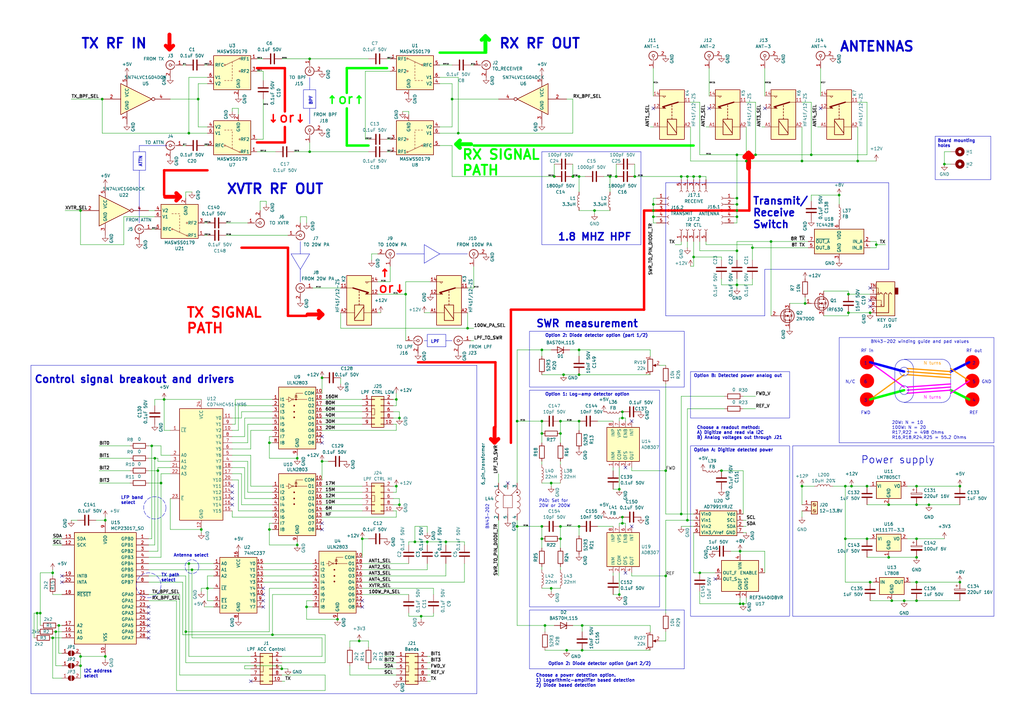
<source format=kicad_sch>
(kicad_sch (version 20230121) (generator eeschema)
  (paper "A3")
  (title_block (title "K9HZ 100W 11 Band LPF: Control board") (date "2024-02-14") (rev "V1.00") (comment 1 "Layout by OG King-KI3P") (comment 2 "Designed by WJ Schmidt-K9HZ"))
  (junction (at 356.87 128.27))
  (junction (at 78.74 233.68))
  (junction (at 279.4 210.82))
  (junction (at 132.08 189.23))
  (junction (at 267.97 86.36))
  (junction (at 255.27 214.63))
  (junction (at 222.25 143.51))
  (junction (at 316.23 99.06))
  (junction (at 255.27 168.91))
  (junction (at 356.87 238.76))
  (junction (at 308.61 101.6))
  (junction (at 243.84 86.36))
  (junction (at 370.84 246.38))
  (junction (at 162.56 163.83))
  (junction (at 76.2 259.08))
  (junction (at 62.23 182.88))
  (junction (at 347.98 128.27))
  (junction (at 21.59 234.95))
  (junction (at 381 207.01))
  (junction (at 267.97 88.9))
  (junction (at 43.18 213.36))
  (junction (at 347.98 120.65))
  (junction (at 302.26 83.82))
  (junction (at 127 24.13))
  (junction (at 132.08 154.94))
  (junction (at 355.6 199.39))
  (junction (at 170.18 222.25))
  (junction (at 375.92 207.01))
  (junction (at 375.92 246.38))
  (junction (at 77.47 231.14))
  (junction (at 63.5 187.96))
  (junction (at 229.87 172.72))
  (junction (at 284.48 72.39))
  (junction (at 238.76 256.54))
  (junction (at 237.49 143.51))
  (junction (at 254 243.84))
  (junction (at 163.83 171.45))
  (junction (at 328.93 199.39))
  (junction (at 166.37 120.65))
  (junction (at 281.94 72.39))
  (junction (at 222.25 172.72))
  (junction (at 351.79 66.04))
  (junction (at 138.43 254))
  (junction (at 115.57 274.32))
  (junction (at 85.09 241.3))
  (junction (at 212.09 215.9))
  (junction (at 250.19 72.39))
  (junction (at 393.7 199.39))
  (junction (at 110.49 217.17))
  (junction (at 279.4 72.39))
  (junction (at 227.33 72.39))
  (junction (at 191.77 134.62))
  (junction (at 344.17 80.01))
  (junction (at 121.92 223.52))
  (junction (at 81.28 40.64))
  (junction (at 121.92 187.96))
  (junction (at 172.72 252.73))
  (junction (at 284.48 105.41))
  (junction (at 64.77 193.04))
  (junction (at 302.26 81.28))
  (junction (at 82.55 217.17))
  (junction (at 229.87 220.98))
  (junction (at 222.25 177.8))
  (junction (at 237.49 72.39))
  (junction (at 238.76 266.7))
  (junction (at 255.27 171.45))
  (junction (at 110.49 181.61))
  (junction (at 302.26 102.87))
  (junction (at 125.73 248.92))
  (junction (at 346.71 220.98))
  (junction (at 147.32 262.89))
  (junction (at 231.14 153.67))
  (junction (at 355.6 220.98))
  (junction (at 21.59 261.62))
  (junction (at 127 62.23))
  (junction (at 393.7 238.76))
  (junction (at 41.91 40.64))
  (junction (at 237.49 215.9))
  (junction (at 237.49 172.72))
  (junction (at 364.49 228.6))
  (junction (at 33.02 269.24))
  (junction (at 148.59 220.98))
  (junction (at 328.93 66.04))
  (junction (at 16.51 251.46))
  (junction (at 387.35 67.31))
  (junction (at 375.92 228.6))
  (junction (at 234.95 72.39))
  (junction (at 267.97 83.82))
  (junction (at 375.92 238.76))
  (junction (at 364.49 207.01))
  (junction (at 273.05 193.04))
  (junction (at 163.83 207.01))
  (junction (at 33.02 86.36))
  (junction (at 43.18 269.24))
  (junction (at 375.92 199.39))
  (junction (at 302.26 116.84))
  (junction (at 237.49 153.67))
  (junction (at 33.02 273.05))
  (junction (at 295.91 193.04))
  (junction (at 375.92 220.98))
  (junction (at 226.06 198.12))
  (junction (at 306.07 66.04))
  (junction (at 255.27 212.09))
  (junction (at 67.31 163.83))
  (junction (at 66.04 198.12))
  (junction (at 254 200.66))
  (junction (at 185.42 40.64))
  (junction (at 252.73 72.39))
  (junction (at 232.41 266.7))
  (junction (at 349.25 199.39))
  (junction (at 302.26 88.9))
  (junction (at 260.35 72.39))
  (junction (at 281.94 213.36))
  (junction (at 182.88 222.25))
  (junction (at 332.74 63.5))
  (junction (at 302.26 86.36))
  (junction (at 226.06 241.3))
  (junction (at 222.25 215.9))
  (junction (at 162.56 199.39))
  (junction (at 223.52 256.54))
  (junction (at 304.8 247.65))
  (junction (at 187.96 54.61))
  (junction (at 302.26 63.5))
  (junction (at 309.88 63.5))
  (junction (at 287.02 72.39))
  (junction (at 212.09 172.72))
  (junction (at 15.24 251.46))
  (junction (at 229.87 177.8))
  (junction (at 287.02 234.95))
  (junction (at 365.76 246.38))
  (junction (at 346.71 199.39))
  (junction (at 303.53 226.06))
  (junction (at 303.53 247.65))
  (junction (at 229.87 215.9))
  (junction (at 359.41 100.33))
  (junction (at 222.25 220.98))
  (junction (at 111.76 260.35))
  (junction (at 77.47 54.61))
  (junction (at 273.05 236.22))
  (junction (at 330.2 124.46))
  (junction (at 22.86 259.08))
  (junction (at 24.13 256.54))
  (junction (at 175.26 222.25))
  (no_connect (at 107.95 246.38))
  (no_connect (at 336.55 44.45))
  (no_connect (at 25.4 236.22))
  (no_connect (at 25.4 238.76))
  (no_connect (at 313.69 44.45))
  (no_connect (at 290.83 44.45))
  (no_connect (at 95.25 201.93))
  (no_connect (at 60.96 259.08))
  (no_connect (at 60.96 254))
  (no_connect (at 148.59 248.92))
  (no_connect (at 60.96 248.92))
  (no_connect (at 259.08 215.9))
  (no_connect (at 95.25 199.39))
  (no_connect (at 107.95 241.3))
  (no_connect (at 148.59 246.38))
  (no_connect (at 102.87 279.4))
  (no_connect (at 293.37 237.49))
  (no_connect (at 267.97 44.45))
  (no_connect (at 132.08 217.17))
  (no_connect (at 107.95 243.84))
  (no_connect (at 132.08 181.61))
  (no_connect (at 208.28 198.12))
  (no_connect (at 256.54 234.95))
  (no_connect (at 95.25 204.47))
  (no_connect (at 259.08 172.72))
  (no_connect (at 356.87 123.19))
  (no_connect (at 107.95 248.92))
  (no_connect (at 132.08 214.63))
  (no_connect (at 356.87 125.73))
  (no_connect (at 95.25 207.01))
  (no_connect (at 356.87 118.11))
  (no_connect (at 60.96 256.54))
  (no_connect (at 256.54 191.77))
  (no_connect (at 60.96 261.62))
  (no_connect (at 132.08 179.07))
  (no_connect (at 60.96 251.46))
  (wire (pts (xy 284.48 109.22) (xy 284.48 105.41)))
  (wire (pts (xy 165.1 45.72) (xy 167.64 45.72)))
  (wire (pts (xy 370.84 246.38) (xy 375.92 246.38)))
  (wire (pts (xy 107.95 233.68) (xy 128.27 233.68)))
  (wire (pts (xy 161.29 166.37) (xy 162.56 166.37)))
  (wire (pts (xy 287.02 72.39) (xy 284.48 72.39)))
  (wire (pts (xy 304.8 213.36) (xy 306.07 213.36)))
  (wire (pts (xy 82.55 241.3) (xy 85.09 241.3)))
  (wire (pts (xy 295.91 193.04) (xy 304.8 193.04)))
  (wire (pts (xy 127 62.23) (xy 151.13 62.23)))
  (wire (pts (xy 176.53 269.24) (xy 175.26 269.24)))
  (wire (pts (xy 115.57 273.05) (xy 115.57 274.32)))
  (wire (pts (xy 328.93 209.55) (xy 328.93 212.09)))
  (wire (pts (xy 81.28 34.29) (xy 81.28 40.64)))
  (wire (pts (xy 43.18 270.51) (xy 43.18 269.24)))
  (wire (pts (xy 148.59 241.3) (xy 177.8 241.3)))
  (wire (pts (xy 132.08 204.47) (xy 148.59 204.47)))
  (wire (pts (xy 185.42 72.39) (xy 227.33 72.39)))
  (wire (pts (xy 180.34 31.75) (xy 187.96 31.75)))
  (polyline (pts (xy 173.99 107.95) (xy 180.34 104.14)))
  (wire (pts (xy 302.26 116.84) (xy 308.61 116.84)))
  (wire (pts (xy 303.53 245.11) (xy 303.53 247.65)))
  (wire (pts (xy 162.56 201.93) (xy 161.29 201.93)))
  (polyline (pts (xy 325.12 182.88) (xy 325.12 252.73)))
  (wire (pts (xy 175.26 222.25) (xy 175.26 223.52)))
  (wire (pts (xy 97.79 176.53) (xy 97.79 166.37)))
  (wire (pts (xy 276.86 100.33) (xy 279.4 100.33)))
  (wire (pts (xy 110.49 223.52) (xy 121.92 223.52)))
  (wire (pts (xy 194.31 109.22) (xy 194.31 118.11)))
  (wire (pts (xy 97.79 46.99) (xy 97.79 44.45)))
  (wire (pts (xy 151.13 273.05) (xy 151.13 274.32)))
  (wire (pts (xy 347.98 129.54) (xy 347.98 128.27)))
  (polyline (pts (xy 195.58 284.48) (xy 12.7 284.48)))
  (wire (pts (xy 143.51 273.05) (xy 143.51 276.86)))
  (wire (pts (xy 222.25 220.98) (xy 222.25 224.79)))
  (polyline (pts (xy 389.89 152.4) (xy 397.51 148.59)) (stroke (width 1) (color 0 0 255 1)))
  (wire (pts (xy 250.19 72.39) (xy 252.73 72.39)))
  (wire (pts (xy 375.92 246.38) (xy 393.7 246.38)))
  (wire (pts (xy 256.54 171.45) (xy 255.27 171.45)))
  (wire (pts (xy 132.08 171.45) (xy 148.59 171.45)))
  (wire (pts (xy 60.96 231.14) (xy 77.47 231.14)))
  (wire (pts (xy 234.95 72.39) (xy 237.49 72.39)))
  (wire (pts (xy 158.75 24.13) (xy 160.02 24.13)))
  (wire (pts (xy 41.91 40.64) (xy 41.91 54.61)))
  (wire (pts (xy 125.73 254) (xy 125.73 248.92)))
  (wire (pts (xy 110.49 179.07) (xy 110.49 181.61)))
  (wire (pts (xy 287.02 99.06) (xy 287.02 102.87)))
  (wire (pts (xy 133.35 271.78) (xy 133.35 260.35)))
  (wire (pts (xy 255.27 214.63) (xy 254 214.63)))
  (wire (pts (xy 74.93 238.76) (xy 74.93 260.35)))
  (wire (pts (xy 162.56 163.83) (xy 162.56 166.37)))
  (wire (pts (xy 349.25 199.39) (xy 355.6 199.39)))
  (wire (pts (xy 234.95 256.54) (xy 238.76 256.54)))
  (wire (pts (xy 157.48 269.24) (xy 162.56 269.24)))
  (wire (pts (xy 270.51 149.86) (xy 273.05 149.86)))
  (wire (pts (xy 96.52 173.99) (xy 96.52 163.83)))
  (wire (pts (xy 247.65 72.39) (xy 250.19 72.39)))
  (wire (pts (xy 85.09 31.75) (xy 77.47 31.75)))
  (wire (pts (xy 40.64 198.12) (xy 53.34 198.12)))
  (wire (pts (xy 161.29 204.47) (xy 163.83 204.47)))
  (polyline (pts (xy 182.88 139.7) (xy 185.42 139.7)))
  (wire (pts (xy 303.53 226.06) (xy 303.53 227.33)))
  (wire (pts (xy 101.6 189.23) (xy 101.6 201.93)))
  (polyline (pts (xy 127 44.45) (xy 127 50.8)))
  (wire (pts (xy 64.77 191.77) (xy 69.85 191.77)))
  (wire (pts (xy 133.35 260.35) (xy 111.76 260.35)))
  (wire (pts (xy 175.26 274.32) (xy 176.53 274.32)))
  (wire (pts (xy 33.02 267.97) (xy 33.02 269.24)))
  (wire (pts (xy 364.49 207.01) (xy 375.92 207.01)))
  (wire (pts (xy 254 191.77) (xy 254 200.66)))
  (wire (pts (xy 226.06 198.12) (xy 226.06 199.39)))
  (wire (pts (xy 60.96 233.68) (xy 78.74 233.68)))
  (wire (pts (xy 232.41 266.7) (xy 238.76 266.7)))
  (wire (pts (xy 364.49 228.6) (xy 375.92 228.6)))
  (wire (pts (xy 107.95 40.64) (xy 107.95 57.15)))
  (wire (pts (xy 139.7 134.62) (xy 191.77 134.62)))
  (wire (pts (xy 102.87 199.39) (xy 111.76 199.39)))
  (wire (pts (xy 154.94 120.65) (xy 166.37 120.65)))
  (wire (pts (xy 309.88 41.91) (xy 309.88 63.5)))
  (wire (pts (xy 132.08 173.99) (xy 148.59 173.99)))
  (wire (pts (xy 226.06 241.3) (xy 229.87 241.3)))
  (wire (pts (xy 62.23 182.88) (xy 66.04 182.88)))
  (wire (pts (xy 63.5 163.83) (xy 67.31 163.83)))
  (wire (pts (xy 102.87 176.53) (xy 111.76 176.53)))
  (wire (pts (xy 347.98 119.38) (xy 347.98 120.65)))
  (wire (pts (xy 295.91 116.84) (xy 302.26 116.84)))
  (wire (pts (xy 60.96 246.38) (xy 72.39 246.38)))
  (wire (pts (xy 162.56 163.83) (xy 161.29 163.83)))
  (wire (pts (xy 151.13 262.89) (xy 147.32 262.89)))
  (wire (pts (xy 133.35 276.86) (xy 133.35 283.21)))
  (wire (pts (xy 190.5 222.25) (xy 190.5 223.52)))
  (wire (pts (xy 212.09 215.9) (xy 222.25 215.9)))
  (wire (pts (xy 148.59 236.22) (xy 182.88 236.22)))
  (polyline (pts (xy 142.24 27.94) (xy 158.75 27.94)) (stroke (width 1) (color 0 255 0 1)))
  (wire (pts (xy 375.92 207.01) (xy 381 207.01)))
  (wire (pts (xy 132.08 189.23) (xy 134.62 189.23)))
  (wire (pts (xy 283.21 109.22) (xy 284.48 109.22)))
  (wire (pts (xy 132.08 154.94) (xy 132.08 161.29)))
  (wire (pts (xy 316.23 99.06) (xy 331.47 99.06)))
  (wire (pts (xy 161.29 209.55) (xy 162.56 209.55)))
  (wire (pts (xy 97.79 166.37) (xy 111.76 166.37)))
  (wire (pts (xy 356.87 99.06) (xy 359.41 99.06)))
  (wire (pts (xy 175.26 231.14) (xy 175.26 233.68)))
  (wire (pts (xy 127 62.23) (xy 127 58.42)))
  (wire (pts (xy 287.02 242.57) (xy 287.02 247.65)))
  (wire (pts (xy 132.08 176.53) (xy 162.56 176.53)))
  (wire (pts (xy 151.13 274.32) (xy 162.56 274.32)))
  (wire (pts (xy 154.94 115.57) (xy 160.02 115.57)))
  (wire (pts (xy 279.4 215.9) (xy 284.48 215.9)))
  (wire (pts (xy 251.46 234.95) (xy 251.46 236.22)))
  (wire (pts (xy 287.02 63.5) (xy 302.26 63.5)))
  (polyline (pts (xy 273.05 74.93) (xy 364.49 74.93)))
  (wire (pts (xy 238.76 256.54) (xy 238.76 259.08)))
  (wire (pts (xy 148.59 231.14) (xy 167.64 231.14)))
  (wire (pts (xy 95.25 209.55) (xy 95.25 212.09)))
  (wire (pts (xy 222.25 153.67) (xy 231.14 153.67)))
  (polyline (pts (xy 127 104.14) (xy 123.19 110.49)))
  (wire (pts (xy 204.47 194.31) (xy 204.47 198.12)))
  (wire (pts (xy 64.77 193.04) (xy 64.77 191.77)))
  (wire (pts (xy 359.41 101.6) (xy 356.87 101.6)))
  (wire (pts (xy 223.52 256.54) (xy 212.09 256.54)))
  (wire (pts (xy 302.26 88.9) (xy 302.26 91.44)))
  (wire (pts (xy 267.97 88.9) (xy 267.97 91.44)))
  (polyline (pts (xy 313.69 110.49) (xy 313.69 129.54)))
  (wire (pts (xy 223.52 256.54) (xy 227.33 256.54)))
  (wire (pts (xy 251.46 191.77) (xy 251.46 193.04)))
  (wire (pts (xy 100.33 179.07) (xy 100.33 171.45)))
  (wire (pts (xy 332.74 63.5) (xy 355.6 63.5)))
  (wire (pts (xy 308.61 101.6) (xy 308.61 106.68)))
  (wire (pts (xy 300.99 83.82) (xy 302.26 83.82)))
  (wire (pts (xy 33.02 273.05) (xy 33.02 278.13)))
  (polyline (pts (xy 12.7 284.48) (xy 12.7 149.86)))
  (wire (pts (xy 161.29 207.01) (xy 163.83 207.01)))
  (wire (pts (xy 170.18 215.9) (xy 170.18 222.25)))
  (wire (pts (xy 254 214.63) (xy 254 215.9)))
  (wire (pts (xy 259.08 191.77) (xy 259.08 193.04)))
  (wire (pts (xy 323.85 124.46) (xy 330.2 124.46)))
  (wire (pts (xy 105.41 57.15) (xy 107.95 57.15)))
  (wire (pts (xy 154.94 104.14) (xy 152.4 104.14)))
  (wire (pts (xy 266.7 143.51) (xy 266.7 146.05)))
  (wire (pts (xy 312.42 52.07) (xy 313.69 52.07)))
  (polyline (pts (xy 209.55 181.61) (xy 209.55 127)) (stroke (width 1) (color 255 0 0 1)))
  (wire (pts (xy 82.55 218.44) (xy 82.55 217.17)))
  (wire (pts (xy 176.53 115.57) (xy 166.37 115.57)))
  (wire (pts (xy 149.86 29.21) (xy 149.86 57.15)))
  (wire (pts (xy 185.42 59.69) (xy 180.34 59.69)))
  (wire (pts (xy 229.87 232.41) (xy 229.87 233.68)))
  (wire (pts (xy 185.42 34.29) (xy 185.42 40.64)))
  (wire (pts (xy 267.97 86.36) (xy 267.97 88.9)))
  (wire (pts (xy 281.94 99.06) (xy 281.94 101.6)))
  (wire (pts (xy 120.65 62.23) (xy 127 62.23)))
  (wire (pts (xy 95.25 173.99) (xy 96.52 173.99)))
  (wire (pts (xy 297.18 167.64) (xy 281.94 167.64)))
  (wire (pts (xy 132.08 166.37) (xy 148.59 166.37)))
  (wire (pts (xy 92.71 96.52) (xy 118.11 96.52)))
  (wire (pts (xy 309.88 63.5) (xy 332.74 63.5)))
  (wire (pts (xy 356.87 246.38) (xy 365.76 246.38)))
  (wire (pts (xy 99.06 194.31) (xy 99.06 207.01)))
  (wire (pts (xy 161.29 171.45) (xy 163.83 171.45)))
  (wire (pts (xy 295.91 114.3) (xy 295.91 116.84)))
  (wire (pts (xy 173.99 128.27) (xy 176.53 128.27)))
  (wire (pts (xy 300.99 88.9) (xy 302.26 88.9)))
  (wire (pts (xy 97.79 44.45) (xy 95.25 44.45)))
  (wire (pts (xy 83.82 59.69) (xy 85.09 59.69)))
  (wire (pts (xy 283.21 66.04) (xy 306.07 66.04)))
  (wire (pts (xy 223.52 266.7) (xy 232.41 266.7)))
  (wire (pts (xy 260.35 67.31) (xy 260.35 72.39)))
  (polyline (pts (xy 142.24 27.94) (xy 142.24 38.1)) (stroke (width 1) (color 0 255 0 1)))
  (wire (pts (xy 284.48 72.39) (xy 284.48 73.66)))
  (wire (pts (xy 245.11 215.9) (xy 251.46 215.9)))
  (wire (pts (xy 81.28 40.64) (xy 81.28 52.07)))
  (wire (pts (xy 180.34 26.67) (xy 185.42 26.67)))
  (wire (pts (xy 267.97 83.82) (xy 269.24 83.82)))
  (wire (pts (xy 328.93 199.39) (xy 328.93 207.01)))
  (wire (pts (xy 289.56 99.06) (xy 289.56 100.33)))
  (wire (pts (xy 287.02 247.65) (xy 303.53 247.65)))
  (wire (pts (xy 132.08 209.55) (xy 148.59 209.55)))
  (wire (pts (xy 95.25 191.77) (xy 100.33 191.77)))
  (wire (pts (xy 222.25 172.72) (xy 222.25 177.8)))
  (wire (pts (xy 306.07 52.07) (xy 306.07 66.04)))
  (wire (pts (xy 167.64 251.46) (xy 167.64 252.73)))
  (wire (pts (xy 148.59 243.84) (xy 167.64 243.84)))
  (wire (pts (xy 67.31 163.83) (xy 82.55 163.83)))
  (wire (pts (xy 302.26 102.87) (xy 302.26 106.68)))
  (wire (pts (xy 237.49 153.67) (xy 266.7 153.67)))
  (wire (pts (xy 148.59 220.98) (xy 148.59 228.6)))
  (polyline (pts (xy 372.11 153.67) (xy 389.89 154.94)) (stroke (width 0.5) (color 255 153 0 1)))
  (wire (pts (xy 143.51 262.89) (xy 147.32 262.89)))
  (polyline (pts (xy 407.67 182.88) (xy 407.67 252.73)))
  (wire (pts (xy 243.84 86.36) (xy 250.19 86.36)))
  (wire (pts (xy 99.06 207.01) (xy 111.76 207.01)))
  (polyline (pts (xy 389.89 160.02) (xy 397.51 163.83)) (stroke (width 1) (color 0 255 0 1)))
  (wire (pts (xy 138.43 254) (xy 125.73 254)))
  (wire (pts (xy 161.29 173.99) (xy 162.56 173.99)))
  (wire (pts (xy 204.47 213.36) (xy 204.47 236.22)))
  (wire (pts (xy 167.64 252.73) (xy 172.72 252.73)))
  (wire (pts (xy 76.2 78.74) (xy 78.74 78.74)))
  (wire (pts (xy 163.83 204.47) (xy 163.83 207.01)))
  (polyline (pts (xy 173.99 100.33) (xy 180.34 104.14)))
  (wire (pts (xy 266.7 256.54) (xy 266.7 259.08)))
  (wire (pts (xy 229.87 172.72) (xy 229.87 177.8)))
  (wire (pts (xy 100.33 204.47) (xy 111.76 204.47)))
  (wire (pts (xy 151.13 265.43) (xy 151.13 262.89)))
  (wire (pts (xy 295.91 105.41) (xy 295.91 106.68)))
  (wire (pts (xy 60.96 223.52) (xy 63.5 223.52)))
  (wire (pts (xy 328.93 41.91) (xy 332.74 41.91)))
  (polyline (pts (xy 370.84 147.32) (xy 386.08 147.32)))
  (wire (pts (xy 355.6 228.6) (xy 364.49 228.6)))
  (wire (pts (xy 304.8 162.56) (xy 309.88 162.56)))
  (wire (pts (xy 229.87 172.72) (xy 237.49 172.72)))
  (wire (pts (xy 304.8 247.65) (xy 306.07 247.65)))
  (wire (pts (xy 256.54 214.63) (xy 255.27 214.63)))
  (wire (pts (xy 227.33 67.31) (xy 227.33 72.39)))
  (polyline (pts (xy 118.11 129.54) (xy 125.73 129.54)) (stroke (width 1) (color 255 0 0 1)))
  (wire (pts (xy 355.6 207.01) (xy 364.49 207.01)))
  (wire (pts (xy 60.96 198.12) (xy 66.04 198.12)))
  (wire (pts (xy 21.59 220.98) (xy 25.4 220.98)))
  (wire (pts (xy 102.87 184.15) (xy 102.87 176.53)))
  (polyline (pts (xy 116.84 52.07) (xy 116.84 58.42)) (stroke (width 1) (color 255 0 0 1)))
  (wire (pts (xy 237.49 143.51) (xy 237.49 146.05)))
  (wire (pts (xy 229.87 215.9) (xy 237.49 215.9)))
  (wire (pts (xy 273.05 193.04) (xy 273.05 210.82)))
  (wire (pts (xy 389.89 62.23) (xy 387.35 62.23)))
  (wire (pts (xy 85.09 241.3) (xy 87.63 241.3)))
  (wire (pts (xy 74.93 59.69) (xy 76.2 59.69)))
  (wire (pts (xy 222.25 241.3) (xy 226.06 241.3)))
  (polyline (pts (xy 195.58 149.86) (xy 195.58 284.48)))
  (wire (pts (xy 346.71 220.98) (xy 355.6 220.98)))
  (polyline (pts (xy 99.06 101.6) (xy 118.11 101.6)) (stroke (width 1) (color 255 0 0 1)))
  (wire (pts (xy 346.71 238.76) (xy 356.87 238.76)))
  (wire (pts (xy 194.31 139.7) (xy 193.04 139.7)))
  (wire (pts (xy 363.22 100.33) (xy 359.41 100.33)))
  (wire (pts (xy 269.24 81.28) (xy 267.97 81.28)))
  (wire (pts (xy 132.08 189.23) (xy 132.08 196.85)))
  (wire (pts (xy 287.02 234.95) (xy 284.48 234.95)))
  (wire (pts (xy 238.76 256.54) (xy 266.7 256.54)))
  (wire (pts (xy 40.64 182.88) (xy 53.34 182.88)))
  (wire (pts (xy 110.49 181.61) (xy 111.76 181.61)))
  (wire (pts (xy 284.48 105.41) (xy 295.91 105.41)))
  (wire (pts (xy 15.24 259.08) (xy 15.24 251.46)))
  (wire (pts (xy 365.76 246.38) (xy 370.84 246.38)))
  (wire (pts (xy 237.49 215.9) (xy 237.49 219.71)))
  (wire (pts (xy 300.99 81.28) (xy 302.26 81.28)))
  (wire (pts (xy 128.27 246.38) (xy 125.73 246.38)))
  (wire (pts (xy 328.93 66.04) (xy 351.79 66.04)))
  (wire (pts (xy 212.09 172.72) (xy 212.09 198.12)))
  (wire (pts (xy 238.76 266.7) (xy 266.7 266.7)))
  (wire (pts (xy 372.11 220.98) (xy 375.92 220.98)))
  (wire (pts (xy 306.07 247.65) (xy 306.07 245.11)))
  (wire (pts (xy 226.06 241.3) (xy 226.06 242.57)))
  (wire (pts (xy 60.96 193.04) (xy 64.77 193.04)))
  (wire (pts (xy 116.84 279.4) (xy 115.57 279.4)))
  (wire (pts (xy 306.07 218.44) (xy 304.8 218.44)))
  (wire (pts (xy 337.82 129.54) (xy 347.98 129.54)))
  (wire (pts (xy 237.49 72.39) (xy 240.03 72.39)))
  (wire (pts (xy 175.26 276.86) (xy 176.53 276.86)))
  (wire (pts (xy 148.59 220.98) (xy 151.13 220.98)))
  (wire (pts (xy 107.95 29.21) (xy 107.95 33.02)))
  (polyline (pts (xy 273.05 129.54) (xy 273.05 74.93)))
  (wire (pts (xy 69.85 217.17) (xy 69.85 204.47)))
  (wire (pts (xy 143.51 276.86) (xy 162.56 276.86)))
  (polyline (pts (xy 364.49 74.93) (xy 364.49 110.49)))
  (wire (pts (xy 85.09 246.38) (xy 87.63 246.38)))
  (wire (pts (xy 297.18 162.56) (xy 279.4 162.56)))
  (wire (pts (xy 151.13 57.15) (xy 149.86 57.15)))
  (wire (pts (xy 267.97 91.44) (xy 269.24 91.44)))
  (wire (pts (xy 303.53 247.65) (xy 304.8 247.65)))
  (wire (pts (xy 176.53 271.78) (xy 175.26 271.78)))
  (wire (pts (xy 287.02 41.91) (xy 287.02 63.5)))
  (wire (pts (xy 293.37 234.95) (xy 287.02 234.95)))
  (wire (pts (xy 287.02 102.87) (xy 302.26 102.87)))
  (wire (pts (xy 349.25 199.39) (xy 346.71 199.39)))
  (wire (pts (xy 222.25 172.72) (xy 212.09 172.72)))
  (wire (pts (xy 157.48 271.78) (xy 162.56 271.78)))
  (wire (pts (xy 105.41 24.13) (xy 107.95 24.13)))
  (wire (pts (xy 234.95 67.31) (xy 234.95 72.39)))
  (polyline (pts (xy 370.84 160.02) (xy 356.87 163.83)) (stroke (width 1) (color 0 255 0 1)))
  (polyline (pts (xy 356.87 163.83) (xy 370.84 153.67)) (stroke (width 0.5) (color 255 153 0 1)))
  (wire (pts (xy 102.87 186.69) (xy 102.87 199.39)))
  (wire (pts (xy 387.35 67.31) (xy 389.89 67.31)))
  (wire (pts (xy 78.74 261.62) (xy 78.74 233.68)))
  (wire (pts (xy 302.26 81.28) (xy 302.26 83.82)))
  (wire (pts (xy 81.28 52.07) (xy 85.09 52.07)))
  (wire (pts (xy 83.82 248.92) (xy 87.63 248.92)))
  (wire (pts (xy 128.27 118.11) (xy 139.7 118.11)))
  (wire (pts (xy 256.54 172.72) (xy 256.54 171.45)))
  (polyline (pts (xy 116.84 27.94) (xy 116.84 45.72)) (stroke (width 1) (color 255 0 0 1)))
  (wire (pts (xy 302.26 63.5) (xy 302.26 81.28)))
  (wire (pts (xy 182.88 222.25) (xy 175.26 222.25)))
  (polyline (pts (xy 356.87 148.59) (xy 370.84 158.75)) (stroke (width 0.5) (color 255 0 255 1)))
  (wire (pts (xy 190.5 231.14) (xy 190.5 238.76)))
  (wire (pts (xy 328.93 52.07) (xy 328.93 66.04)))
  (wire (pts (xy 132.08 168.91) (xy 148.59 168.91)))
  (wire (pts (xy 25.4 267.97) (xy 24.13 267.97)))
  (wire (pts (xy 289.56 73.66) (xy 289.56 72.39)))
  (wire (pts (xy 283.21 41.91) (xy 287.02 41.91)))
  (wire (pts (xy 187.96 54.61) (xy 180.34 54.61)))
  (wire (pts (xy 78.74 233.68) (xy 87.63 233.68)))
  (wire (pts (xy 289.56 52.07) (xy 290.83 52.07)))
  (wire (pts (xy 100.33 273.05) (xy 115.57 273.05)))
  (wire (pts (xy 60.96 238.76) (xy 74.93 238.76)))
  (wire (pts (xy 284.48 99.06) (xy 284.48 105.41)))
  (wire (pts (xy 60.96 187.96) (xy 63.5 187.96)))
  (wire (pts (xy 60.96 220.98) (xy 62.23 220.98)))
  (wire (pts (xy 355.6 220.98) (xy 356.87 220.98)))
  (polyline (pts (xy 151.13 59.69) (xy 142.24 59.69)) (stroke (width 1) (color 0 255 0 1)))
  (wire (pts (xy 95.25 186.69) (xy 102.87 186.69)))
  (wire (pts (xy 182.88 231.14) (xy 182.88 236.22)))
  (wire (pts (xy 351.79 66.04) (xy 359.41 66.04)))
  (wire (pts (xy 260.35 72.39) (xy 279.4 72.39)))
  (wire (pts (xy 289.56 100.33) (xy 308.61 100.33)))
  (wire (pts (xy 332.74 41.91) (xy 332.74 63.5)))
  (wire (pts (xy 66.04 186.69) (xy 69.85 186.69)))
  (wire (pts (xy 127 24.13) (xy 151.13 24.13)))
  (wire (pts (xy 132.08 201.93) (xy 148.59 201.93)))
  (wire (pts (xy 267.97 81.28) (xy 267.97 83.82)))
  (wire (pts (xy 16.51 234.95) (xy 21.59 234.95)))
  (wire (pts (xy 306.07 41.91) (xy 309.88 41.91)))
  (wire (pts (xy 95.25 176.53) (xy 97.79 176.53)))
  (wire (pts (xy 160.02 29.21) (xy 149.86 29.21)))
  (wire (pts (xy 375.92 220.98) (xy 387.35 220.98)))
  (wire (pts (xy 161.29 168.91) (xy 163.83 168.91)))
  (wire (pts (xy 341.63 199.39) (xy 346.71 199.39)))
  (wire (pts (xy 223.52 256.54) (xy 223.52 259.08)))
  (wire (pts (xy 67.31 176.53) (xy 67.31 163.83)))
  (wire (pts (xy 101.6 173.99) (xy 111.76 173.99)))
  (wire (pts (xy 115.57 24.13) (xy 127 24.13)))
  (wire (pts (xy 304.8 167.64) (xy 309.88 167.64)))
  (wire (pts (xy 332.74 80.01) (xy 344.17 80.01)))
  (wire (pts (xy 273.05 213.36) (xy 281.94 213.36)))
  (wire (pts (xy 281.94 167.64) (xy 281.94 213.36)))
  (polyline (pts (xy 307.34 69.85) (xy 307.34 86.36)) (stroke (width 1) (color 255 0 0 1)))
  (wire (pts (xy 175.26 215.9) (xy 170.18 215.9)))
  (wire (pts (xy 66.04 198.12) (xy 66.04 194.31)))
  (wire (pts (xy 185.42 59.69) (xy 185.42 72.39)))
  (wire (pts (xy 182.88 222.25) (xy 182.88 223.52)))
  (wire (pts (xy 110.49 217.17) (xy 110.49 223.52)))
  (wire (pts (xy 85.09 241.3) (xy 85.09 246.38)))
  (wire (pts (xy 355.6 199.39) (xy 356.87 199.39)))
  (wire (pts (xy 300.99 86.36) (xy 302.26 86.36)))
  (wire (pts (xy 273.05 157.48) (xy 273.05 193.04)))
  (wire (pts (xy 83.82 26.67) (xy 85.09 26.67)))
  (wire (pts (xy 39.37 213.36) (xy 43.18 213.36)))
  (wire (pts (xy 33.02 100.33) (xy 50.8 100.33)))
  (wire (pts (xy 83.82 91.44) (xy 85.09 91.44)))
  (polyline (pts (xy 85.09 69.85) (xy 67.31 69.85)) (stroke (width 1) (color 255 0 0 1)))
  (wire (pts (xy 64.77 226.06) (xy 64.77 193.04)))
  (polyline (pts (xy 127 31.75) (xy 127 36.83)))
  (polyline (pts (xy 173.99 139.7) (xy 175.26 139.7)))
  (wire (pts (xy 63.5 187.96) (xy 64.77 187.96)))
  (polyline (pts (xy 367.03 151.13) (xy 367.03 161.29)))
  (wire (pts (xy 177.8 252.73) (xy 177.8 251.46)))
  (wire (pts (xy 107.95 236.22) (xy 128.27 236.22)))
  (wire (pts (xy 123.19 91.44) (xy 123.19 88.9)))
  (wire (pts (xy 99.06 168.91) (xy 111.76 168.91)))
  (wire (pts (xy 95.25 196.85) (xy 97.79 196.85)))
  (wire (pts (xy 232.41 40.64) (xy 234.95 40.64)))
  (wire (pts (xy 245.11 172.72) (xy 251.46 172.72)))
  (wire (pts (xy 284.48 234.95) (xy 284.48 218.44)))
  (wire (pts (xy 252.73 67.31) (xy 252.73 72.39)))
  (wire (pts (xy 60.96 226.06) (xy 64.77 226.06)))
  (wire (pts (xy 106.68 82.55) (xy 106.68 86.36)))
  (wire (pts (xy 33.02 269.24) (xy 43.18 269.24)))
  (wire (pts (xy 302.26 116.84) (xy 302.26 118.11)))
  (wire (pts (xy 85.09 236.22) (xy 85.09 241.3)))
  (wire (pts (xy 204.47 40.64) (xy 185.42 40.64)))
  (wire (pts (xy 72.39 283.21) (xy 72.39 246.38)))
  (wire (pts (xy 289.56 72.39) (xy 287.02 72.39)))
  (wire (pts (xy 344.17 80.01) (xy 344.17 83.82)))
  (wire (pts (xy 306.07 66.04) (xy 328.93 66.04)))
  (polyline (pts (xy 57.15 59.69) (xy 68.58 59.69)))
  (wire (pts (xy 139.7 157.48) (xy 139.7 154.94)))
  (wire (pts (xy 82.55 217.17) (xy 69.85 217.17)))
  (polyline (pts (xy 105.41 27.94) (xy 116.84 27.94)) (stroke (width 1) (color 255 0 0 1)))
  (wire (pts (xy 270.51 262.89) (xy 273.05 262.89)))
  (wire (pts (xy 109.22 82.55) (xy 106.68 82.55)))
  (polyline (pts (xy 203.2 148.59) (xy 203.2 175.26)) (stroke (width 1) (color 255 0 0 1)))
  (wire (pts (xy 77.47 269.24) (xy 77.47 231.14)))
  (wire (pts (xy 148.59 238.76) (xy 190.5 238.76)))
  (wire (pts (xy 69.85 176.53) (xy 67.31 176.53)))
  (wire (pts (xy 346.71 199.39) (xy 346.71 220.98)))
  (polyline (pts (xy 209.55 127) (xy 264.16 127)) (stroke (width 1) (color 255 0 0 1)))
  (polyline (pts (xy 364.49 110.49) (xy 313.69 110.49)))
  (wire (pts (xy 95.25 184.15) (xy 102.87 184.15)))
  (wire (pts (xy 237.49 86.36) (xy 243.84 86.36)))
  (wire (pts (xy 162.56 199.39) (xy 162.56 201.93)))
  (polyline (pts (xy 180.34 104.14) (xy 191.77 104.14)))
  (wire (pts (xy 212.09 172.72) (xy 212.09 143.51)))
  (wire (pts (xy 43.18 212.09) (xy 43.18 213.36)))
  (polyline (pts (xy 142.24 44.45) (xy 142.24 59.69)) (stroke (width 1) (color 0 255 0 1)))
  (wire (pts (xy 229.87 215.9) (xy 229.87 220.98)))
  (wire (pts (xy 62.23 93.98) (xy 63.5 93.98)))
  (wire (pts (xy 229.87 220.98) (xy 229.87 224.79)))
  (wire (pts (xy 25.4 273.05) (xy 22.86 273.05)))
  (wire (pts (xy 267.97 86.36) (xy 269.24 86.36)))
  (wire (pts (xy 170.18 222.25) (xy 167.64 222.25)))
  (polyline (pts (xy 123.19 99.06) (xy 123.19 104.14)))
  (wire (pts (xy 74.93 260.35) (xy 111.76 260.35)))
  (wire (pts (xy 212.09 213.36) (xy 212.09 215.9)))
  (wire (pts (xy 125.73 246.38) (xy 125.73 248.92)))
  (wire (pts (xy 190.5 222.25) (xy 182.88 222.25)))
  (wire (pts (xy 109.22 82.55) (xy 109.22 83.82)))
  (wire (pts (xy 62.23 182.88) (xy 62.23 220.98)))
  (polyline (pts (xy 372.11 151.13) (xy 389.89 152.4)) (stroke (width 0.5) (color 255 153 0 1)))
  (wire (pts (xy 115.57 271.78) (xy 133.35 271.78)))
  (wire (pts (xy 83.82 96.52) (xy 85.09 96.52)))
  (wire (pts (xy 191.77 134.62) (xy 191.77 128.27)))
  (wire (pts (xy 273.05 251.46) (xy 273.05 236.22)))
  (wire (pts (xy 254 171.45) (xy 254 172.72)))
  (wire (pts (xy 256.54 215.9) (xy 256.54 214.63)))
  (wire (pts (xy 347.98 128.27) (xy 356.87 128.27)))
  (polyline (pts (xy 173.99 107.95) (xy 173.99 100.33)))
  (wire (pts (xy 21.59 243.84) (xy 25.4 243.84)))
  (wire (pts (xy 100.33 191.77) (xy 100.33 204.47)))
  (polyline (pts (xy 370.84 152.4) (xy 356.87 148.59)) (stroke (width 1) (color 0 0 255 1)))
  (wire (pts (xy 60.96 243.84) (xy 73.66 243.84)))
  (wire (pts (xy 13.97 251.46) (xy 15.24 251.46)))
  (wire (pts (xy 50.8 100.33) (xy 50.8 88.9)))
  (wire (pts (xy 222.25 189.23) (xy 222.25 190.5)))
  (wire (pts (xy 66.04 182.88) (xy 66.04 186.69)))
  (wire (pts (xy 180.34 34.29) (xy 185.42 34.29)))
  (wire (pts (xy 21.59 278.13) (xy 21.59 261.62)))
  (wire (pts (xy 226.06 198.12) (xy 229.87 198.12)))
  (polyline (pts (xy 12.7 149.86) (xy 195.58 149.86)))
  (wire (pts (xy 222.25 198.12) (xy 226.06 198.12)))
  (wire (pts (xy 21.59 261.62) (xy 25.4 261.62)))
  (wire (pts (xy 139.7 128.27) (xy 139.7 134.62)))
  (wire (pts (xy 302.26 99.06) (xy 316.23 99.06)))
  (wire (pts (xy 237.49 72.39) (xy 237.49 78.74)))
  (wire (pts (xy 172.72 252.73) (xy 177.8 252.73)))
  (wire (pts (xy 132.08 207.01) (xy 148.59 207.01)))
  (wire (pts (xy 95.25 181.61) (xy 101.6 181.61)))
  (wire (pts (xy 259.08 234.95) (xy 259.08 236.22)))
  (wire (pts (xy 95.25 179.07) (xy 100.33 179.07)))
  (polyline (pts (xy 222.25 62.23) (xy 262.89 62.23)))
  (wire (pts (xy 372.11 199.39) (xy 375.92 199.39)))
  (polyline (pts (xy 389.89 161.29) (xy 397.51 156.21)) (stroke (width 0.5) (color 255 0 255 1)))
  (wire (pts (xy 212.09 143.51) (xy 222.25 143.51)))
  (wire (pts (xy 231.14 153.67) (xy 237.49 153.67)))
  (wire (pts (xy 302.26 63.5) (xy 309.88 63.5)))
  (wire (pts (xy 229.87 177.8) (xy 229.87 181.61)))
  (wire (pts (xy 194.31 134.62) (xy 191.77 134.62)))
  (wire (pts (xy 26.67 86.36) (xy 33.02 86.36)))
  (wire (pts (xy 22.86 259.08) (xy 25.4 259.08)))
  (wire (pts (xy 283.21 52.07) (xy 283.21 66.04)))
  (wire (pts (xy 125.73 248.92) (xy 128.27 248.92)))
  (wire (pts (xy 77.47 31.75) (xy 77.47 54.61)))
  (polyline (pts (xy 162.56 104.14) (xy 173.99 104.14)))
  (wire (pts (xy 63.5 166.37) (xy 63.5 163.83)))
  (wire (pts (xy 125.73 88.9) (xy 125.73 91.44)))
  (polyline (pts (xy 57.15 62.23) (xy 57.15 59.69)))
  (wire (pts (xy 387.35 62.23) (xy 387.35 67.31)))
  (wire (pts (xy 132.08 269.24) (xy 132.08 261.62)))
  (wire (pts (xy 175.26 222.25) (xy 170.18 222.25)))
  (wire (pts (xy 337.82 119.38) (xy 347.98 119.38)))
  (wire (pts (xy 250.19 72.39) (xy 250.19 78.74)))
  (wire (pts (xy 87.63 236.22) (xy 85.09 236.22)))
  (polyline (pts (xy 374.65 151.13) (xy 374.65 161.29)))
  (wire (pts (xy 15.24 251.46) (xy 16.51 251.46)))
  (wire (pts (xy 107.95 231.14) (xy 128.27 231.14)))
  (wire (pts (xy 302.26 99.06) (xy 302.26 102.87)))
  (wire (pts (xy 302.26 86.36) (xy 302.26 88.9)))
  (wire (pts (xy 193.04 26.67) (xy 194.31 26.67)))
  (wire (pts (xy 234.95 54.61) (xy 187.96 54.61)))
  (polyline (pts (xy 325.12 182.88) (xy 407.67 182.88)))
  (wire (pts (xy 60.96 86.36) (xy 63.5 86.36)))
  (wire (pts (xy 375.92 238.76) (xy 393.7 238.76)))
  (wire (pts (xy 304.8 193.04) (xy 304.8 210.82)))
  (wire (pts (xy 229.87 189.23) (xy 229.87 190.5)))
  (wire (pts (xy 212.09 256.54) (xy 212.09 215.9)))
  (wire (pts (xy 273.05 210.82) (xy 279.4 210.82)))
  (wire (pts (xy 76.2 259.08) (xy 110.49 259.08)))
  (wire (pts (xy 66.04 194.31) (xy 69.85 194.31)))
  (wire (pts (xy 375.92 199.39) (xy 393.7 199.39)))
  (polyline (pts (xy 407.67 252.73) (xy 325.12 252.73)))
  (wire (pts (xy 281.94 72.39) (xy 281.94 73.66)))
  (wire (pts (xy 176.53 279.4) (xy 175.26 279.4)))
  (wire (pts (xy 100.33 171.45) (xy 111.76 171.45)))
  (wire (pts (xy 101.6 201.93) (xy 111.76 201.93)))
  (wire (pts (xy 332.74 82.55) (xy 332.74 80.01)))
  (polyline (pts (xy 105.41 58.42) (xy 116.84 58.42)) (stroke (width 1) (color 255 0 0 1)))
  (wire (pts (xy 287.02 72.39) (xy 287.02 73.66)))
  (wire (pts (xy 40.64 193.04) (xy 53.34 193.04)))
  (wire (pts (xy 13.97 261.62) (xy 13.97 251.46)))
  (wire (pts (xy 273.05 236.22) (xy 273.05 213.36)))
  (wire (pts (xy 24.13 256.54) (xy 25.4 256.54)))
  (wire (pts (xy 82.55 241.3) (xy 82.55 242.57)))
  (wire (pts (xy 16.51 256.54) (xy 16.51 251.46)))
  (wire (pts (xy 234.95 40.64) (xy 234.95 54.61)))
  (wire (pts (xy 76.2 259.08) (xy 76.2 271.78)))
  (wire (pts (xy 22.86 273.05) (xy 22.86 259.08)))
  (polyline (pts (xy 171.45 148.59) (xy 203.2 148.59)) (stroke (width 1) (color 255 0 0 1)))
  (wire (pts (xy 308.61 100.33) (xy 308.61 101.6)))
  (wire (pts (xy 152.4 104.14) (xy 152.4 106.68)))
  (polyline (pts (xy 118.11 101.6) (xy 118.11 129.54)) (stroke (width 1) (color 255 0 0 1)))
  (wire (pts (xy 381 207.01) (xy 393.7 207.01)))
  (wire (pts (xy 306.07 215.9) (xy 304.8 215.9)))
  (wire (pts (xy 267.97 88.9) (xy 269.24 88.9)))
  (wire (pts (xy 63.5 223.52) (xy 63.5 187.96)))
  (wire (pts (xy 166.37 115.57) (xy 166.37 120.65)))
  (wire (pts (xy 85.09 34.29) (xy 81.28 34.29)))
  (wire (pts (xy 121.92 186.69) (xy 121.92 187.96)))
  (wire (pts (xy 222.25 232.41) (xy 222.25 233.68)))
  (polyline (pts (xy 389.89 151.13) (xy 397.51 156.21)) (stroke (width 0.5) (color 255 153 0 1)))
  (wire (pts (xy 243.84 86.36) (xy 243.84 87.63)))
  (wire (pts (xy 111.76 214.63) (xy 110.49 214.63)))
  (wire (pts (xy 177.8 243.84) (xy 177.8 241.3)))
  (wire (pts (xy 302.26 83.82) (xy 302.26 86.36)))
  (wire (pts (xy 110.49 181.61) (xy 110.49 187.96)))
  (wire (pts (xy 222.25 143.51) (xy 222.25 146.05)))
  (wire (pts (xy 25.4 278.13) (xy 21.59 278.13)))
  (wire (pts (xy 133.35 283.21) (xy 72.39 283.21)))
  (wire (pts (xy 121.92 222.25) (xy 121.92 223.52)))
  (wire (pts (xy 267.97 27.94) (xy 267.97 39.37)))
  (wire (pts (xy 107.95 238.76) (xy 128.27 238.76)))
  (wire (pts (xy 64.77 187.96) (xy 64.77 189.23)))
  (wire (pts (xy 16.51 251.46) (xy 16.51 234.95)))
  (wire (pts (xy 77.47 269.24) (xy 102.87 269.24)))
  (wire (pts (xy 132.08 199.39) (xy 148.59 199.39)))
  (wire (pts (xy 33.02 86.36) (xy 33.02 100.33)))
  (wire (pts (xy 40.64 187.96) (xy 53.34 187.96)))
  (wire (pts (xy 100.33 274.32) (xy 100.33 273.05)))
  (wire (pts (xy 96.52 163.83) (xy 111.76 163.83)))
  (wire (pts (xy 95.25 171.45) (xy 99.06 171.45)))
  (wire (pts (xy 69.85 40.64) (xy 81.28 40.64)))
  (wire (pts (xy 162.56 161.29) (xy 162.56 163.83)))
  (wire (pts (xy 233.68 143.51) (xy 237.49 143.51)))
  (wire (pts (xy 351.79 66.04) (xy 351.79 52.07)))
  (polyline (pts (xy 389.89 151.13) (xy 389.89 161.29)))
  (wire (pts (xy 24.13 267.97) (xy 24.13 256.54)))
  (wire (pts (xy 222.25 143.51) (xy 226.06 143.51)))
  (wire (pts (xy 185.42 52.07) (xy 180.34 52.07)))
  (wire (pts (xy 259.08 236.22) (xy 273.05 236.22)))
  (wire (pts (xy 101.6 181.61) (xy 101.6 173.99)))
  (wire (pts (xy 111.76 243.84) (xy 128.27 243.84)))
  (wire (pts (xy 356.87 238.76) (xy 358.14 238.76)))
  (polyline (pts (xy 264.16 86.36) (xy 264.16 127)) (stroke (width 1) (color 255 0 0 1)))
  (polyline (pts (xy 372.11 161.29) (xy 389.89 160.02)) (stroke (width 0.5) (color 255 0 255 1)))
  (wire (pts (xy 115.57 276.86) (xy 133.35 276.86)))
  (wire (pts (xy 97.79 209.55) (xy 111.76 209.55)))
  (wire (pts (xy 64.77 189.23) (xy 69.85 189.23)))
  (wire (pts (xy 255.27 212.09) (xy 255.27 214.63)))
  (wire (pts (xy 302.26 91.44) (xy 300.99 91.44)))
  (wire (pts (xy 281.94 213.36) (xy 284.48 213.36)))
  (wire (pts (xy 21.59 233.68) (xy 21.59 234.95)))
  (wire (pts (xy 110.49 217.17) (xy 111.76 217.17)))
  (wire (pts (xy 346.71 220.98) (xy 346.71 238.76)))
  (polyline (pts (xy 222.25 62.23) (xy 222.25 100.33)))
  (wire (pts (xy 194.31 118.11) (xy 191.77 118.11)))
  (wire (pts (xy 156.21 128.27) (xy 154.94 128.27)))
  (wire (pts (xy 102.87 274.32) (xy 100.33 274.32)))
  (wire (pts (xy 111.76 260.35) (xy 111.76 243.84)))
  (wire (pts (xy 290.83 27.94) (xy 290.83 39.37)))
  (wire (pts (xy 359.41 99.06) (xy 359.41 100.33)))
  (wire (pts (xy 313.69 27.94) (xy 313.69 39.37)))
  (wire (pts (xy 73.66 276.86) (xy 73.66 243.84)))
  (polyline (pts (xy 119.38 104.14) (xy 127 104.14)))
  (wire (pts (xy 60.96 182.88) (xy 62.23 182.88)))
  (wire (pts (xy 237.49 143.51) (xy 266.7 143.51)))
  (wire (pts (xy 148.59 233.68) (xy 175.26 233.68)))
  (wire (pts (xy 123.19 88.9) (xy 125.73 88.9)))
  (wire (pts (xy 254 200.66) (xy 251.46 200.66)))
  (wire (pts (xy 359.41 100.33) (xy 359.41 101.6)))
  (wire (pts (xy 299.72 226.06) (xy 303.53 226.06)))
  (wire (pts (xy 254 243.84) (xy 251.46 243.84)))
  (wire (pts (xy 166.37 120.65) (xy 166.37 139.7)))
  (wire (pts (xy 110.49 241.3) (xy 128.27 241.3)))
  (wire (pts (xy 279.4 210.82) (xy 284.48 210.82)))
  (polyline (pts (xy 142.24 27.94) (xy 142.24 27.94)) (stroke (width 1) (color 0 255 0 1)))
  (polyline (pts (xy 372.11 160.02) (xy 389.89 158.75)) (stroke (width 0.5) (color 255 0 255 1)))
  (wire (pts (xy 60.96 236.22) (xy 76.2 236.22)))
  (wire (pts (xy 111.76 179.07) (xy 110.49 179.07)))
  (wire (pts (xy 254 234.95) (xy 254 243.84)))
  (wire (pts (xy 95.25 212.09) (xy 111.76 212.09)))
  (wire (pts (xy 237.49 172.72) (xy 237.49 176.53)))
  (wire (pts (xy 105.41 29.21) (xy 107.95 29.21)))
  (wire (pts (xy 160.02 115.57) (xy 160.02 109.22)))
  (wire (pts (xy 158.75 62.23) (xy 160.02 62.23)))
  (polyline (pts (xy 123.19 110.49) (xy 123.19 115.57)))
  (wire (pts (xy 185.42 40.64) (xy 185.42 52.07)))
  (wire (pts (xy 99.06 171.45) (xy 99.06 168.91)))
  (polyline (pts (xy 57.15 69.85) (xy 57.15 91.44)))
  (wire (pts (xy 95.25 189.23) (xy 101.6 189.23)))
  (wire (pts (xy 255.27 171.45) (xy 254 171.45)))
  (wire (pts (xy 115.57 274.32) (xy 118.11 274.32)))
  (wire (pts (xy 115.57 269.24) (xy 132.08 269.24)))
  (wire (pts (xy 313.69 234.95) (xy 313.69 226.06)))
  (wire (pts (xy 29.21 40.64) (xy 41.91 40.64)))
  (wire (pts (xy 279.4 72.39) (xy 279.4 73.66)))
  (wire (pts (xy 76.2 236.22) (xy 76.2 259.08)))
  (wire (pts (xy 158.75 57.15) (xy 160.02 57.15)))
  (wire (pts (xy 95.25 44.45) (xy 95.25 45.72)))
  (wire (pts (xy 281.94 72.39) (xy 279.4 72.39)))
  (polyline (pts (xy 262.89 100.33) (xy 222.25 100.33)))
  (wire (pts (xy 73.66 276.86) (xy 102.87 276.86)))
  (wire (pts (xy 255.27 168.91) (xy 255.27 171.45)))
  (wire (pts (xy 60.96 228.6) (xy 66.04 228.6)))
  (wire (pts (xy 308.61 116.84) (xy 308.61 114.3)))
  (wire (pts (xy 279.4 100.33) (xy 279.4 99.06)))
  (wire (pts (xy 187.96 31.75) (xy 187.96 54.61)))
  (wire (pts (xy 163.83 168.91) (xy 163.83 171.45)))
  (wire (pts (xy 330.2 121.92) (xy 330.2 124.46)))
  (wire (pts (xy 347.98 120.65) (xy 356.87 120.65)))
  (wire (pts (xy 110.49 187.96) (xy 121.92 187.96)))
  (wire (pts (xy 132.08 212.09) (xy 162.56 212.09)))
  (wire (pts (xy 316.23 129.54) (xy 316.23 99.06)))
  (wire (pts (xy 77.47 231.14) (xy 87.63 231.14)))
  (wire (pts (xy 41.91 54.61) (xy 77.47 54.61)))
  (wire (pts (xy 74.93 26.67) (xy 76.2 26.67)))
  (wire (pts (xy 222.25 177.8) (xy 222.25 181.61)))
  (wire (pts (xy 29.21 213.36) (xy 31.75 213.36)))
  (wire (pts (xy 21.59 223.52) (xy 25.4 223.52)))
  (wire (pts (xy 336.55 27.94) (xy 336.55 39.37)))
  (polyline (pts (xy 119.38 104.14) (xy 123.19 110.49)))
  (wire (pts (xy 143.51 265.43) (xy 143.51 262.89)))
  (wire (pts (xy 162.56 173.99) (xy 162.56 176.53)))
  (wire (pts (xy 259.08 193.04) (xy 273.05 193.04)))
  (polyline (pts (xy 180.34 21.59) (xy 199.39 21.59)) (stroke (width 1) (color 0 255 0 1)))
  (polyline (pts (xy 284.48 59.69) (xy 194.31 59.69)) (stroke (width 1) (color 0 255 0 1)))
  (wire (pts (xy 355.6 63.5) (xy 355.6 41.91)))
  (polyline (pts (xy 262.89 62.23) (xy 262.89 100.33)))
  (wire (pts (xy 33.02 269.24) (xy 33.02 273.05)))
  (polyline (pts (xy 313.69 129.54) (xy 273.05 129.54)))
  (polyline (pts (xy 307.34 86.36) (xy 264.16 86.36)) (stroke (width 1) (color 255 0 0 1)))
  (wire (pts (xy 50.8 88.9) (xy 63.5 88.9)))
  (wire (pts (xy 76.2 271.78) (xy 102.87 271.78)))
  (wire (pts (xy 167.64 222.25) (xy 167.64 223.52)))
  (wire (pts (xy 132.08 163.83) (xy 148.59 163.83)))
  (wire (pts (xy 267.97 83.82) (xy 267.97 86.36)))
  (wire (pts (xy 302.26 114.3) (xy 302.26 116.84)))
  (wire (pts (xy 335.28 52.07) (xy 336.55 52.07)))
  (wire (pts (xy 308.61 101.6) (xy 331.47 101.6)))
  (wire (pts (xy 97.79 196.85) (xy 97.79 209.55)))
  (polyline (pts (xy 67.31 69.85) (xy 67.31 80.01)) (stroke (width 1) (color 255 0 0 1)))
  (wire (pts (xy 105.41 62.23) (xy 113.03 62.23)))
  (wire (pts (xy 279.4 162.56) (xy 279.4 210.82)))
  (wire (pts (xy 175.26 218.44) (xy 175.26 215.9)))
  (wire (pts (xy 167.64 45.72) (xy 167.64 46.99)))
  (wire (pts (xy 284.48 72.39) (xy 281.94 72.39)))
  (wire (pts (xy 373.38 238.76) (xy 375.92 238.76)))
  (wire (pts (xy 77.47 54.61) (xy 85.09 54.61)))
  (wire (pts (xy 76.2 81.28) (xy 76.2 78.74)))
  (polyline (pts (xy 372.11 152.4) (xy 389.89 153.67)) (stroke (width 0.5) (color 255 153 0 1)))
  (polyline (pts (xy 370.84 165.1) (xy 386.08 165.1)))
  (wire (pts (xy 110.49 259.08) (xy 110.49 241.3)))
  (wire (pts (xy 132.08 261.62) (xy 78.74 261.62)))
  (wire (pts (xy 95.25 194.31) (xy 99.06 194.31)))
  (wire (pts (xy 273.05 262.89) (xy 273.05 259.08)))
  (wire (pts (xy 162.56 209.55) (xy 162.56 212.09)))
  (wire (pts (xy 328.93 199.39) (xy 334.01 199.39)))
  (wire (pts (xy 92.71 91.44) (xy 101.6 91.44)))
  (wire (pts (xy 172.72 254) (xy 172.72 252.73)))
  (wire (pts (xy 313.69 226.06) (xy 303.53 226.06)))
  (wire (pts (xy 355.6 41.91) (xy 351.79 41.91)))
  (wire (pts (xy 21.59 234.95) (xy 21.59 236.22)))
  (wire (pts (xy 222.25 215.9) (xy 222.25 220.98)))
  (wire (pts (xy 266.7 52.07) (xy 267.97 52.07)))
  (wire (pts (xy 110.49 214.63) (xy 110.49 217.17)))
  (polyline (pts (xy 372.11 158.75) (xy 389.89 157.48)) (stroke (width 0.5) (color 255 0 255 1)))
  (wire (pts (xy 66.04 228.6) (xy 66.04 198.12)))
  (wire (pts (xy 161.29 199.39) (xy 162.56 199.39)))
  (rectangle (start 175.26 137.16) (end 182.88 142.24))
  (circle (center 355.6 156.21) (radius 2.8398) (stroke (width 0) (color 255 0 0 1)) (fill (type color) (color 255 0 0 1)))
  (circle (center 63.5 208.28) (radius 4.5791) (stroke (width 0) (type dash)))
  (rectangle (start 283.21 152.4) (end 323.85 171.45))
  (circle (center 398.78 156.21) (radius 2.8398) (stroke (width 0) (color 255 0 0 1)) (fill (type color) (color 255 0 0 1)))
  (arc (start 367.03 151.13) (mid 370.84 147.4555) (end 374.65 151.13))
  (circle (center 398.78 163.83) (radius 2.8398) (stroke (width 0) (color 255 0 0 1)) (fill (type color) (color 255 0 0 1)))
  (arc (start 386.08 147.32) (mid 388.7838 148.4262) (end 389.89 151.13))
  (circle (center 355.6 148.59) (radius 2.8398) (stroke (width 0) (color 255 0 0 1)) (fill (type color) (color 255 0 0 1)))
  (circle (center 398.78 148.59) (radius 2.8398) (stroke (width 0) (color 255 0 0 1)) (fill (type color) (color 255 0 0 1)))
  (rectangle (start 124.46 36.83) (end 129.54 44.45))
  (rectangle (start 217.17 135.89) (end 280.67 158.75))
  (rectangle (start 217.17 160.02) (end 270.51 248.92))
  (rectangle (start 54.61 62.23) (end 59.69 69.85))
  (circle (center 370.84 160.02) (radius 1.7961))
  (circle (center 60.96 240.03) (radius 5.08) (stroke (width 0) (type dash)))
  (circle (center 78.74 232.41) (radius 2.8398) (stroke (width 0) (type dash)))
  (circle (center 370.84 152.4) (radius 1.7961))
  (rectangle (start 283.21 182.88) (end 323.85 252.73))
  (circle (center 355.6 163.83) (radius 2.8398) (stroke (width 0) (color 255 0 0 1)) (fill (type color) (color 255 0 0 1)))
  (arc (start 389.89 161.29) (mid 388.7829 163.9929) (end 386.08 165.1))
  (rectangle (start 217.17 250.19) (end 280.67 274.32))
  (rectangle (start 344.17 138.43) (end 407.67 181.61))
  (arc (start 374.65 161.29) (mid 370.84 164.9645) (end 367.03 161.29))
  (text_box "Board mounting holes" (at 383.54 55.88 0) (size 22.86 17.78) (effects (font (size 1.27 1.27) (thickness 0.254) bold) (justify left top)))
  (text "Choose a readout method:\nA) Digitize and read via I2C\nB) Analog voltages out through J21" (at 285.75 180.34 0) (effects (font (size 1.27 1.27) bold) (justify left bottom)))
  (text "Transmit/\nReceive \nSwitch" (at 308.61 93.98 0) (effects (font (size 3 3) bold) (justify left bottom)))
  (text "REF" (at 397.51 170.18 0) (effects (font (size 1.27 1.27)) (justify left bottom)))
  (text "20W: N = 10\n100W: N = 20\nR17,R22 = 498 Ohms\nR16,R18,R24,R25 = 55.2 Ohms" (at 365.76 180.34 0) (effects (font (size 1.27 1.27)) (justify left bottom)))
  (text "LPF" (at 180.34 140.97 0) (effects (font (size 1.27 1.27) bold) (justify right bottom)))
  (text "6" (at 354.33 157.48 0) (effects (font (size 1.27 1.27)) (justify left bottom)))
  (text "Choose a power detection option.\n1) Logarithmic-amplifier based detection\n2) Diode based detection" (at 219.71 281.94 0) (effects (font (size 1.27 1.27) bold) (justify left bottom)))
  (text "FWD" (at 353.06 170.18 0) (effects (font (size 1.27 1.27)) (justify left bottom)))
  (text "↓" (at 63.5 21.59 0) (effects (font (size 8 8) (thickness 1.6) bold) (justify left bottom)))
  (text "1" (at 354.33 149.86 0) (effects (font (size 1.27 1.27)) (justify left bottom)))
  (text "Option B: Detected power analog out" (at 284.48 154.94 0) (effects (font (size 1.27 1.27) bold) (justify left bottom)))
  (text "→" (at 203.2 24.13 90) (effects (font (size 8 8) (thickness 1.6) bold) (justify left bottom)))
  (text "I2C address\nselect" (at 34.29 278.13 0) (effects (font (size 1.27 1.27) bold) (justify left bottom)))
  (text "4" (at 398.78 165.1 0) (effects (font (size 1.27 1.27)) (justify left bottom)))
  (text "RX SIGNAL \nPATH" (at 189.23 72.39 0) (effects (font (size 4 4) bold) (justify left bottom)))
  (text "TX SIGNAL\nPATH" (at 76.2 137.16 0) (effects (font (size 4 4) bold) (justify left bottom)))
  (text "RF out" (at 396.24 144.78 0) (effects (font (size 1.27 1.27)) (justify left bottom)))
  (text "3" (at 354.33 165.1 0) (effects (font (size 1.27 1.27)) (justify left bottom)))
  (text "XVTR RF OUT" (at 92.71 80.01 0) (effects (font (size 4 4) bold) (justify left bottom)))
  (text "→" (at 64.77 85.09 0) (effects (font (size 8 8) (thickness 1.6) bold) (justify left bottom)))
  (text "LFP band\nselect" (at 49.53 207.01 0) (effects (font (size 1.27 1.27) bold) (justify left bottom)))
  (text "BN43-202" (at 200.66 217.17 90) (effects (font (size 1.27 1.27)) (justify left bottom)))
  (text "TX RF IN" (at 33.02 20.32 0) (effects (font (size 4 4) bold) (justify left bottom)))
  (text "↑\nor↓" (at 154.94 120.65 0) (effects (font (size 4 4) (thickness 0.6) bold) (justify left bottom)))
  (text "GND" (at 402.59 157.48 0) (effects (font (size 1.27 1.27)) (justify left bottom)))
  (text "SWR measurement" (at 219.71 134.62 0) (effects (font (size 3 3) (thickness 0.6) bold) (justify left bottom)))
  (text "→" (at 311.15 72.39 90) (effects (font (size 8 8) (thickness 2.4) bold) (justify left bottom)))
  (text "ANTENNAS" (at 344.17 21.59 0) (effects (font (size 4 4) bold) (justify left bottom)))
  (text "↑or↑" (at 133.35 43.18 0) (effects (font (size 4 4) (thickness 0.6) bold) (justify left bottom)))
  (text "←" (at 184.15 63.5 0) (effects (font (size 8 8) (thickness 1.6) bold) (justify left bottom)))
  (text "↓" (at 196.85 182.88 0) (effects (font (size 8 8) (thickness 1.6) bold) (justify left bottom)))
  (text "N turns" (at 386.08 149.86 0) (effects (font (size 1.27 1.27)) (justify right bottom)))
  (text "↓or↓" (at 109.22 50.8 0) (effects (font (size 4 4) (thickness 0.6) bold) (justify left bottom)))
  (text "2" (at 398.78 149.86 0) (effects (font (size 1.27 1.27)) (justify left bottom)))
  (text "1.8 MHZ HPF" (at 228.6 99.06 0) (effects (font (size 3 3) bold) (justify left bottom)))
  (text "Power supply" (at 353.06 190.5 0) (effects (font (size 3 3) (thickness 0.254) bold) (justify left bottom)))
  (text "N/C" (at 346.71 157.48 0) (effects (font (size 1.27 1.27)) (justify left bottom)))
  (text "ATTN" (at 58.42 68.58 90) (effects (font (size 1.27 1.27) bold) (justify left bottom)))
  (text "PAD: Set for \n20W or 200W" (at 220.98 208.28 0) (effects (font (size 1.27 1.27)) (justify left bottom)))
  (text "N turns" (at 386.08 163.83 0) (effects (font (size 1.27 1.27)) (justify right bottom)))
  (text "→" (at 123.19 133.35 0) (effects (font (size 8 8) (thickness 1.6) bold) (justify left bottom)))
  (text "RX RF OUT" (at 204.47 20.32 0) (effects (font (size 4 4) bold) (justify left bottom)))
  (text "Option 2: Diode detector option (part 1/2)" (at 223.52 138.43 0) (effects (font (size 1.27 1.27) bold) (justify left bottom)))
  (text "BPF" (at 128.27 43.18 90) (effects (font (size 1.27 1.27) bold) (justify left bottom)))
  (text "Option 2: Diode detector option (part 2/2)" (at 224.79 273.05 0) (effects (font (size 1.27 1.27) bold) (justify left bottom)))
  (text "5" (at 398.78 157.48 0) (effects (font (size 1.27 1.27)) (justify left bottom)))
  (text "Control signal breakout and drivers" (at 13.97 157.48 0) (effects (font (size 3 3) bold) (justify left bottom)))
  (text "Option A: Digitize detected power" (at 284.48 185.42 0) (effects (font (size 1.27 1.27) bold) (justify left bottom)))
  (text "TX path\nselect" (at 66.04 238.76 0) (effects (font (size 1.27 1.27) bold) (justify left bottom)))
  (text "Antenna select" (at 71.12 228.6 0) (effects (font (size 1.27 1.27) bold) (justify left bottom)))
  (text "Option 1: Log-amp detector option" (at 223.52 162.56 0) (effects (font (size 1.27 1.27) bold) (justify left bottom)))
  (text "RF in" (at 353.06 144.78 0) (effects (font (size 1.27 1.27)) (justify left bottom)))
  (text "BN43-202 winding guide and pad values" (at 397.51 140.97 0) (effects (font (size 1.27 1.27)) (justify right bottom)))
  (label "160M" (at 133.35 163.83 0) (effects (font bold)))
  (label "RRF12" (at 158.75 57.15 0) (effects (font (size 0.5 0.5))))
  (label "ANT4_SEL" (at 151.13 238.76 0) (effects (font bold)))
  (label "RRF15" (at 83.82 91.44 0) (effects (font (size 0.5 0.5))))
  (label "RF30" (at 234.95 72.39 0) (effects (font (size 0.5 0.5))))
  (label "RRF16" (at 83.82 96.52 0) (effects (font (size 0.5 0.5))))
  (label "100W_PA_SEL" (at 151.13 243.84 0) (effects (font bold)))
  (label "RRF11" (at 158.75 24.13 0) (effects (font (size 0.5 0.5))))
  (label "60M" (at 133.35 168.91 0) (effects (font bold)))
  (label "RF27" (at 336.55 34.29 0) (effects (font (size 0.5 0.5))))
  (label "40M" (at 133.35 171.45 0) (effects (font bold)))
  (label "10M" (at 133.35 207.01 0) (effects (font bold)))
  (label "RF36" (at 214.63 215.9 0) (effects (font (size 0.5 0.5))))
  (label "RX_BPF_SEL" (at 234.95 40.64 0) (effects (font bold)))
  (label "REF_V" (at 176.53 276.86 0) (effects (font (thickness 0.254) bold)))
  (label "BIT3" (at 40.64 198.12 0) (effects (font bold)))
  (label "FWD_V" (at 309.88 162.56 0) (effects (font (thickness 0.254) bold)))
  (label "TX" (at 363.22 100.33 180) (effects (font bold)))
  (label "ANT2_SEL" (at 151.13 233.68 0) (effects (font bold)))
  (label "RF29" (at 248.92 72.39 0) (effects (font (size 0.5 0.5))))
  (label "RRF5" (at 107.95 43.18 0) (effects (font (size 0.5 0.5))))
  (label "RRF33" (at 181.61 26.67 0) (effects (font (size 0.5 0.5))))
  (label "BIT2" (at 40.64 193.04 0) (effects (font bold)))
  (label "SDA" (at 157.48 274.32 0) (effects (font (thickness 0.254) bold)))
  (label "30M" (at 133.35 173.99 0) (effects (font bold)))
  (label "8R ~{TX}" (at 330.2 99.06 180) (effects (font bold)))
  (label "RF19" (at 129.54 118.11 0) (effects (font (size 0.5 0.5))))
  (label "BIT1" (at 40.64 187.96 0) (effects (font bold)))
  (label "RRF10" (at 106.68 62.23 0) (effects (font (size 0.5 0.5))))
  (label "80M" (at 133.35 166.37 0) (effects (font bold)))
  (label "12M" (at 133.35 204.47 0) (effects (font bold)))
  (label "ANT1_SEL" (at 266.7 52.07 90) (effects (font bold)))
  (label "LPF_TO_SWR" (at 204.47 194.31 90) (effects (font bold)))
  (label "RRF8" (at 115.57 24.13 0) (effects (font (size 0.5 0.5))))
  (label "SCL" (at 306.07 213.36 0) (effects (font (thickness 0.254) bold)))
  (label "RF1" (at 74.93 26.67 0) (effects (font (size 0.5 0.5))))
  (label "SWR_TO_PIN_DIODE_TR" (at 267.97 91.44 270) (effects (font bold)))
  (label "RF37" (at 232.41 215.9 0) (effects (font (size 0.5 0.5))))
  (label "REF" (at 273.05 236.22 0))
  (label "RRF6" (at 83.82 59.69 0) (effects (font (size 0.5 0.5))))
  (label "RRF32" (at 149.86 57.15 0) (effects (font (size 0.5 0.5))))
  (label "SCL" (at 21.59 223.52 0) (effects (font (thickness 0.254) bold)))
  (label "RF28" (at 261.62 72.39 0) (effects (font (size 0.5 0.5))))
  (label "FWD" (at 273.05 193.04 0))
  (label "8T TX" (at 330.2 101.6 180) (effects (font bold)))
  (label "6M" (at 133.35 209.55 0) (effects (font bold)))
  (label "BIT1" (at 176.53 269.24 0) (effects (font bold)))
  (label "XVTR_SEL" (at 151.13 241.3 0) (effects (font bold)))
  (label "RF17" (at 92.71 91.44 0) (effects (font (size 0.5 0.5))))
  (label "BIT0" (at 40.64 182.88 0) (effects (font bold)))
  (label "RF21" (at 161.29 120.65 0) (effects (font (size 0.5 0.5))))
  (label "SWR_TO_PIN_DIODE_TR" (at 204.47 236.22 90) (effects (font bold)))
  (label "RF35" (at 213.36 172.72 0) (effects (font (size 0.5 0.5))))
  (label "SCL" (at 157.48 276.86 0) (effects (font (thickness 0.254) bold)))
  (label "XVTR_SEL" (at 26.67 86.36 0) (effects (font bold)))
  (label "RRF3" (at 105.41 24.13 0) (effects (font (size 0.5 0.5))))
  (label "SDA" (at 306.07 215.9 0) (effects (font (thickness 0.254) bold)))
  (label "RRF31" (at 224.79 72.39 0) (effects (font (size 0.5 0.5))))
  (label "RRF14" (at 62.23 93.98 0) (effects (font (size 0.5 0.5))))
  (label "100W_PA_SEL" (at 194.31 134.62 0) (effects (font bold)))
  (label "BIT3" (at 176.53 271.78 0) (effects (font bold)))
  (label "TX_BPF_SEL" (at 62.23 243.84 0) (effects (font bold)))
  (label "RF7" (at 74.93 59.69 0) (effects (font (size 0.5 0.5))))
  (label "ANT3_SEL" (at 312.42 52.07 90) (effects (font bold)))
  (label "TX" (at 176.53 279.4 0) (effects (font bold)))
  (label "BIT0" (at 157.48 269.24 0) (effects (font bold)))
  (label "FWD_V" (at 176.53 274.32 0) (effects (font (thickness 0.254) bold)))
  (label "RRF25" (at 290.83 34.29 0) (effects (font (size 0.5 0.5))))
  (label "RF24" (at 267.97 34.29 0) (effects (font (size 0.5 0.5))))
  (label "RF34" (at 193.04 26.67 0) (effects (font (size 0.5 0.5))))
  (label "RF23" (at 289.56 63.5 0) (effects (font (size 0.5 0.5))))
  (label "RRF13" (at 158.75 62.23 0) (effects (font (size 0.5 0.5))))
  (label "BIT2" (at 157.48 271.78 0) (effects (font bold)))
  (label "17M" (at 133.35 199.39 0) (effects (font bold)))
  (label "RF18" (at 92.71 96.52 0) (effects (font (size 0.5 0.5))))
  (label "RF20" (at 156.21 115.57 0) (effects (font (size 0.5 0.5))))
  (label "20M" (at 133.35 176.53 0) (effects (font bold)))
  (label "SDA" (at 21.59 220.98 0) (effects (font (thickness 0.254) bold)))
  (label "REF_V" (at 309.88 167.64 0) (effects (font (thickness 0.254) bold)))
  (label "RX_BPF_SEL" (at 62.23 246.38 0) (effects (font bold)))
  (label "ANT2_SEL" (at 289.56 52.07 90) (effects (font bold)))
  (label "RF38" (at 232.41 172.72 0) (effects (font (size 0.5 0.5))))
  (label "RRF4" (at 105.41 29.21 0) (effects (font (size 0.5 0.5))))
  (label "RRF26" (at 313.69 34.29 0) (effects (font (size 0.5 0.5))))
  (label "LPF_TO_SWR" (at 194.31 139.7 0) (effects (font bold)))
  (label "RF22" (at 194.31 118.11 0) (effects (font (size 0.5 0.5))))
  (label "RRF9" (at 120.65 62.23 0) (effects (font (size 0.5 0.5))))
  (label "TX_BPF_SEL" (at 29.21 40.64 0) (effects (font bold)))
  (label "TX" (at 116.84 279.4 0) (effects (font bold)))
  (label "TX" (at 276.86 100.33 180) (effects (font bold)))
  (label "ANT1_SEL" (at 151.13 231.14 0) (effects (font bold)))
  (label "15M" (at 133.35 201.93 0) (effects (font bold)))
  (label "ANT4_SEL" (at 335.28 52.07 90) (effects (font bold)))
  (label "ANT3_SEL" (at 151.13 236.22 0) (effects (font bold)))
  (label "RRF2" (at 83.82 26.67 0) (effects (font (size 0.5 0.5))))
  (label "NF" (at 133.35 212.09 0) (effects (font bold)))
  (symbol (lib_id "Device:C") (at 154.94 220.98 90) (unit 1)
    (property "Reference" "C12" (at 154.94 214.63 90))
    (property "Value" "0.1uF 50V" (at 153.67 217.17 90))
    (property "Footprint" "Capacitor_SMD:C_1206_3216Metric" (effects hide))
    (property "Mouser Part Number" "581-12065F104K4" (effects hide))
  )
  (symbol (lib_id "Connector:Conn_Coaxial") (at 69.85 59.69 0) (mirror y) (unit 1)
    (property "Reference" "J4" (at 71.12 55.88 0) (effects (justify left)))
    (property "Value" "TO ATTN" (at 67.31 58.42 0) (effects (justify left)))
    (property "Footprint" "Connector_Coaxial:SMA_Amphenol_901-144_Vertical" (effects hide))
    (property "Datasheet" " ~" (effects hide))
    (property "Mouser Part Number" "712-CONSMA001-G" (effects hide))
  )
  (symbol (lib_id "Connector:Conn_Coaxial") (at 199.39 26.67 0) (unit 1)
    (property "Reference" "J2" (at 201.9301 25.7511 0) (effects (justify left)))
    (property "Value" "TO_RECEIVER" (at 201.9301 28.1753 0) (effects (justify left)))
    (property "Footprint" "Connector_Coaxial:SMA_Amphenol_901-144_Vertical" (effects hide))
    (property "Datasheet" " ~" (effects hide))
    (property "Mouser Part Number" "712-CONSMA001-G" (effects hide))
  )
  (symbol (lib_id "Device:L") (at 250.19 82.55 0) (mirror y) (unit 1)
    (property "Reference" "L2" (at 248.9227 81.3379 0) (effects (justify left)))
    (property "Value" "3.3uH" (at 248.9227 83.7621 0) (effects (justify left)))
    (property "Footprint" "Inductor_SMD:L_1206_3216Metric" (effects hide))
    (property "Mouser Part Number" "70-ILSB1206ER3R3K" (effects hide))
  )
  (symbol (lib_id "T41_Library:IDC_2x5") (at 153.67 168.91 0) (unit 1)
    (property "Reference" "J25" (at 154.94 158.4157 0))
    (property "Value" "LPF CTRL LOW" (at 154.94 160.8399 0))
    (property "Footprint" "Connector_IDC:IDC-Header_2x05_P2.54mm_Vertical" (effects hide))
    (property "taydaelectronics.com" "A-2939" (effects hide))
  )
  (symbol (lib_id "RF_Switch:MASWSS0179") (at 95.25 57.15 0) (mirror x) (unit 1)
    (property "Reference" "U7" (at 95.25 67.6443 0))
    (property "Value" "MASWSS0179" (at 95.25 65.2201 0))
    (property "Footprint" "T41_Library:MASWSS0179-SOT-26" (effects hide))
    (property "Datasheet" "https://cdn.macom.com/datasheets/MASWSS0179.pdf" (effects hide))
    (property "Mouser Part Number" "937-MASWSS0179-T" (effects hide))
  )
  (symbol (lib_id "Connector_Audio:AudioJack3_SwitchTR") (at 361.95 125.73 180) (unit 1)
    (property "Reference" "J19" (at 363.855 133.6843 0))
    (property "Value" "KEY OUT" (at 363.855 131.2601 0))
    (property "Footprint" "T41_Library:Jack_3.5mm_STX-3081_Horizontal" (effects hide))
    (property "Mouser Part Number" "490-SJ1-3515N" (effects hide))
  )
  (symbol (lib_id "power:+3V3") (at 147.32 262.89 0) (unit 1)
    (property "Reference" "#PWR028" (effects hide))
    (property "Value" "+3V3" (at 147.32 257.81 0))
  )
  (symbol (lib_id "Connector:Conn_Coaxial") (at 194.31 104.14 90) (unit 1)
    (property "Reference" "J10" (at 195.58 97.79 90) (effects (justify left)))
    (property "Value" "FROM 100W PA" (at 201.93 100.33 90) (effects (justify left)))
    (property "Footprint" "Connector_Coaxial:SMA_Amphenol_901-144_Vertical" (effects hide))
    (property "Datasheet" " ~" (effects hide))
    (property "Mouser Part Number" "712-CONSMA001-G" (effects hide))
  )
  (symbol (lib_id "T41_Library:AD8307") (at 255.27 181.61 0) (unit 1)
    (property "Reference" "U14" (at 263.017 181.0329 0) (effects (justify left)))
    (property "Value" "AD8307" (at 263.017 183.4571 0) (effects (justify left)))
    (property "Footprint" "Package_SO:SOIC-8_3.9x4.9mm_P1.27mm" (effects hide))
    (property "Mouser Part Number" "584-AD8307ARZ-R7" (effects hide))
  )
  (symbol (lib_id "74xGxx:74LVC1G04") (at 217.17 40.64 0) (mirror y) (unit 1)
    (property "Reference" "U6" (at 214.63 34.29 0))
    (property "Value" "SN74LVC1G04DCK" (at 214.63 31.75 0))
    (property "Footprint" "T41_Library:SOT-SC70" (effects hide))
    (property "Datasheet" "https://www.ti.com/lit/ds/symlink/sn74lvc1g04.pdf" (effects hide))
    (property "Mouser Part Number" "595-SN74LVC1G04DCKR" (effects hide))
  )
  (symbol (lib_id "Regulator_Linear:LM7805_TO220") (at 364.49 199.39 0) (unit 1)
    (property "Reference" "U11" (at 364.49 193.3407 0))
    (property "Value" "LM7805CT" (at 364.49 195.7649 0))
    (property "Footprint" "Package_TO_SOT_THT:TO-220-3_Vertical" (effects hide))
    (property "Datasheet" "https://www.onsemi.cn/PowerSolutions/document/MC7800-D.PDF" (effects hide))
    (property "Mouser Part Number" "926-LM7805CT" (effects hide))
  )
  (symbol (lib_id "T41_Library:IDC_2x5") (at 153.67 204.47 0) (unit 1)
    (property "Reference" "J24" (at 154.94 193.9757 0))
    (property "Value" "LPF CTRL HI" (at 154.94 196.3999 0))
    (property "Footprint" "Connector_IDC:IDC-Header_2x05_P2.54mm_Vertical" (effects hide))
    (property "taydaelectronics.com" "A-2939" (effects hide))
  )
  (symbol (lib_id "power:GND") (at 175.26 218.44 0) (unit 1)
    (property "Reference" "#PWR0191" (effects hide))
    (property "Value" "GND" (at 177.8 219.71 90))
  )
  (symbol (lib_id "power:GND") (at 171.45 144.78 0) (unit 1)
    (property "Reference" "#PWR0210" (effects hide))
    (property "Value" "GND" (at 173.99 146.05 90))
  )
  (symbol (lib_id "power:+5V") (at 97.79 226.06 0) (unit 1)
    (property "Reference" "#PWR0184" (effects hide))
    (property "Value" "+5V" (at 97.79 220.98 0))
  )
  (symbol (lib_id "Device:C") (at 375.92 242.57 0) (unit 1)
    (property "Reference" "C136" (at 378.841 241.3579 0) (effects (justify left)))
    (property "Value" "1uF 50V" (at 378.841 243.7821 0) (effects (justify left)))
    (property "Footprint" "Capacitor_SMD:C_1206_3216Metric" (effects hide))
    (property "Mouser Part Number" "187-CL31B105KBHNNNE" (effects hide))
  )
  (symbol (lib_id "power:GND") (at 237.49 184.15 0) (unit 1)
    (property "Reference" "#PWR015" (effects hide))
    (property "Value" "GND" (at 240.03 186.69 90))
  )
  (symbol (lib_id "Device:L") (at 229.87 237.49 0) (unit 1)
    (property "Reference" "L43" (at 231.1373 236.2779 0) (effects (justify left)))
    (property "Value" "22nH" (at 231.1373 238.7021 0) (effects (justify left)))
    (property "Footprint" "Resistor_SMD:R_1206_3216Metric" (effects hide))
  )
  (symbol (lib_id "Device:C") (at 189.23 26.67 90) (mirror x) (unit 1)
    (property "Reference" "C8" (at 189.23 33.02 90))
    (property "Value" "0.1uF 50V" (at 187.96 30.48 90))
    (property "Footprint" "Capacitor_SMD:C_1206_3216Metric" (effects hide))
    (property "Mouser Part Number" "581-12065F104K4" (effects hide))
  )
  (symbol (lib_id "power:GND") (at 132.08 29.21 0) (unit 1)
    (property "Reference" "#PWR0167" (effects hide))
    (property "Value" "GND" (at 134.62 30.48 90))
  )
  (symbol (lib_id "Connector:Conn_Coaxial") (at 123.19 118.11 0) (mirror y) (unit 1)
    (property "Reference" "J8" (at 130.81 111.76 0) (effects (justify left)))
    (property "Value" "FROM 20W PA" (at 137.16 114.3 0) (effects (justify left)))
    (property "Footprint" "Connector_Coaxial:SMA_Amphenol_901-144_Vertical" (effects hide))
    (property "Datasheet" " ~" (effects hide))
    (property "Mouser Part Number" "712-CONSMA001-G" (effects hide))
  )
  (symbol (lib_id "power:GND") (at 273.05 22.86 0) (unit 1)
    (property "Reference" "#PWR0179" (effects hide))
    (property "Value" "GND" (at 275.59 24.13 90))
  )
  (symbol (lib_id "T41_Library:IRF630") (at 335.28 124.46 0) (unit 1)
    (property "Reference" "Q1" (at 340.487 123.2479 0) (effects (justify left)))
    (property "Value" "IRF630" (at 339.09 127 0) (effects (justify left)))
    (property "Footprint" "Package_TO_SOT_THT:TO-220-3_Vertical" (effects hide))
    (property "Datasheet" "https://www.st.com/resource/en/datasheet/cd00000701.pdf" (effects hide))
    (property "Mouser Part Number" "942-IRF630NPBF" (effects hide))
  )
  (symbol (lib_id "power:GND") (at 82.55 218.44 0) (unit 1)
    (property "Reference" "#PWR037" (effects hide))
    (property "Value" "GND" (at 85.09 219.71 90))
  )
  (symbol (lib_id "power:GND") (at 118.11 274.32 0) (unit 1)
    (property "Reference" "#PWR0209" (effects hide))
    (property "Value" "GND" (at 121.92 275.59 0))
  )
  (symbol (lib_id "Device:C") (at 88.9 91.44 90) (unit 1)
    (property "Reference" "C140" (at 87.63 85.09 90))
    (property "Value" "0.1uF 50V" (at 87.63 87.63 90))
    (property "Footprint" "Capacitor_SMD:C_1206_3216Metric" (effects hide))
    (property "Mouser Part Number" "581-12065F104K4" (effects hide))
  )
  (symbol (lib_id "Device:C") (at 302.26 110.49 180) (unit 1)
    (property "Reference" "C22" (at 299.72 106.68 90))
    (property "Value" "0.1uF 50V" (at 299.72 116.84 90))
    (property "Footprint" "Capacitor_SMD:C_1206_3216Metric" (effects hide))
    (property "Mouser Part Number" "581-12065F104K4" (effects hide))
  )
  (symbol (lib_id "Device:R") (at 226.06 220.98 90) (mirror x) (unit 1)
    (property "Reference" "R22" (at 226.06 223.52 90))
    (property "Value" "~" (at 226.06 223.7161 90) (effects (justify right bottom)))
    (property "Footprint" "Resistor_SMD:R_1206_3216Metric" (effects hide))
    (property "Mouser Part Number" "71-RCS1206499RFKEA" (effects hide))
  )
  (symbol (lib_id "Device:L") (at 229.87 194.31 0) (unit 1)
    (property "Reference" "L38" (at 231.1372 193.0979 0) (effects (justify left)))
    (property "Value" "22nH" (at 231.1372 195.5221 0) (effects (justify left)))
    (property "Footprint" "Resistor_SMD:R_1206_3216Metric" (effects hide))
  )
  (symbol (lib_id "Transistor_Array:ULN2803A") (at 121.92 168.91 0) (unit 1)
    (property "Reference" "U9" (at 121.92 154.6057 0))
    (property "Value" "ULN2803" (at 121.92 157.0299 0))
    (property "Footprint" "Package_SO:SOIC-20W_7.5x12.8mm_P1.27mm" (effects hide))
    (property "Datasheet" "http://www.ti.com/lit/ds/symlink/uln2803a.pdf" (effects hide))
    (property "Mouser Part Number" "595-ULN2803CDWR" (effects hide))
  )
  (symbol (lib_id "Device:C") (at 154.94 57.15 90) (unit 1)
    (property "Reference" "C13" (at 153.67 50.8 90))
    (property "Value" "0.1uF 50V" (at 153.67 53.34 90))
    (property "Footprint" "Capacitor_SMD:C_1206_3216Metric" (effects hide))
    (property "Mouser Part Number" "581-12065F104K4" (effects hide))
  )
  (symbol (lib_id "Device:C") (at 63.5 170.18 0) (mirror y) (unit 1)
    (property "Reference" "C130" (at 57.2658 168.91 90))
    (property "Value" "0.1uF 50V" (at 59.69 168.91 90))
    (property "Footprint" "Capacitor_SMD:C_1206_3216Metric" (effects hide))
    (property "Mouser Part Number" "581-12065F104K4" (effects hide))
  )
  (symbol (lib_id "Device:R") (at 19.05 259.08 270) (mirror x) (unit 1)
    (property "Reference" "R2" (at 20.32 259.08 90) (effects (justify right)))
    (property "Value" "2k2" (at 16.51 259.08 90) (effects (justify right)))
    (property "Footprint" "Resistor_SMD:R_1206_3216Metric" (effects hide))
    (property "Mouser Part Number" " 71-CRCW12062K20JNEAC" (effects hide))
  )
  (symbol (lib_id "power:GND") (at 138.43 254 0) (unit 1)
    (property "Reference" "#PWR0190" (effects hide))
    (property "Value" "GND" (at 140.97 255.27 90))
  )
  (symbol (lib_id "Device:R") (at 57.15 187.96 270) (mirror x) (unit 1)
    (property "Reference" "R9" (at 53.34 185.42 90))
    (property "Value" "0" (at 57.15 185.2239 90))
    (property "Footprint" "Resistor_SMD:R_1206_3216Metric" (effects hide))
    (property "Mouser Part Number" "667-ERJ-8GEY0R00V" (effects hide))
  )
  (symbol (lib_id "Device:R") (at 223.52 262.89 0) (mirror x) (unit 1)
    (property "Reference" "R28" (at 228.6803 262.89 90))
    (property "Value" "52R3" (at 226.2561 262.89 90))
    (property "Footprint" "Resistor_SMD:R_1206_3216Metric" (effects hide))
    (property "Mouser Part Number" "71-CRCW120649R9FKEAC" (effects hide))
  )
  (symbol (lib_id "Device:R") (at 300.99 162.56 270) (mirror x) (unit 1)
    (property "Reference" "R30" (at 304.8 160.02 90))
    (property "Value" "0" (at 300.99 159.8239 90))
    (property "Footprint" "Resistor_SMD:R_1206_3216Metric" (effects hide))
    (property "Mouser Part Number" "667-ERJ-8GEY0R00V" (effects hide))
  )
  (symbol (lib_id "74xGxx:74LVC1G04") (at 48.26 86.36 0) (unit 1)
    (property "Reference" "U22" (at 50.8 80.01 0))
    (property "Value" "SN74LVC1G04DCK" (at 50.8 77.47 0))
    (property "Footprint" "T41_Library:SOT-SC70" (effects hide))
    (property "Datasheet" "https://www.ti.com/lit/ds/symlink/sn74lvc1g04.pdf" (effects hide))
    (property "Mouser Part Number" "595-SN74LVC1G04DCKR" (effects hide))
  )
  (symbol (lib_id "Device:R") (at 17.78 261.62 270) (mirror x) (unit 1)
    (property "Reference" "R3" (at 19.05 261.62 90) (effects (justify right)))
    (property "Value" "2k2" (at 17.78 264.16 90) (effects (justify right)))
    (property "Footprint" "Resistor_SMD:R_1206_3216Metric" (effects hide))
    (property "Mouser Part Number" " 71-CRCW12062K20JNEAC" (effects hide))
  )
  (symbol (lib_id "power:GND") (at 222.25 50.8 0) (mirror y) (unit 1)
    (property "Reference" "#PWR0178" (effects hide))
    (property "Value" "GND" (at 219.71 52.07 90))
  )
  (symbol (lib_id "Device:C") (at 241.3 172.72 270) (mirror x) (unit 1)
    (property "Reference" "C144" (at 242.57 166.4858 90))
    (property "Value" "10nF 50V" (at 242.57 168.91 90))
    (property "Footprint" "Capacitor_SMD:C_1206_3216Metric" (effects hide))
    (property "Mouser Part Number" "80-C1206C103K5R7210" (effects hide))
  )
  (symbol (lib_id "power:+12V") (at 132.08 154.94 0) (unit 1)
    (property "Reference" "#PWR039" (effects hide))
    (property "Value" "+12V" (at 128.27 153.67 0))
  )
  (symbol (lib_id "Device:R") (at 57.15 182.88 270) (mirror x) (unit 1)
    (property "Reference" "R8" (at 53.34 180.34 90))
    (property "Value" "0" (at 57.15 180.1439 90))
    (property "Footprint" "Resistor_SMD:R_1206_3216Metric" (effects hide))
    (property "Mouser Part Number" "667-ERJ-8GEY0R00V" (effects hide))
  )
  (symbol (lib_id "Device:C") (at 231.14 72.39 90) (mirror x) (unit 1)
    (property "Reference" "C14" (at 229.87 78.74 90))
    (property "Value" "1800pF 50V" (at 229.87 76.2 90))
    (property "Footprint" "Capacitor_SMD:C_1206_3216Metric" (effects hide))
    (property "Mouser Part Number" "77-VJ1206A182JXACBC" (effects hide))
  )
  (symbol (lib_id "74xx:74HC237") (at 97.79 241.3 0) (unit 1)
    (property "Reference" "U2" (at 99.9841 224.4557 0) (effects (justify left)))
    (property "Value" "74HC237" (at 99.9841 226.8799 0) (effects (justify left)))
    (property "Footprint" "Package_SO:SOIC-16_3.9x9.9mm_P1.27mm" (effects hide))
    (property "Datasheet" "http://www.ti.com/lit/ds/symlink/cd74hc237.pdf" (effects hide))
    (property "Mouser Part Number" "595-CD74HC237NSR" (effects hide))
  )
  (symbol (lib_id "power:+5V") (at 222.25 30.48 0) (mirror y) (unit 1)
    (property "Reference" "#PWR0177" (effects hide))
    (property "Value" "+5V" (at 222.25 26.3469 0))
  )
  (symbol (lib_id "Device:C") (at 295.91 110.49 180) (unit 1)
    (property "Reference" "C23" (at 293.37 106.68 90))
    (property "Value" "0.1uF 50V" (at 293.37 116.84 90))
    (property "Footprint" "Capacitor_SMD:C_1206_3216Metric" (effects hide))
    (property "Mouser Part Number" "581-12065F104K4" (effects hide))
  )
  (symbol (lib_id "Device:L") (at 344.17 87.63 0) (unit 1)
    (property "Reference" "L37" (at 345.4373 86.4179 0) (effects (justify left)))
    (property "Value" "FB" (at 345.4373 88.8421 0) (effects (justify left)))
    (property "Footprint" "Resistor_SMD:R_1206_3216Metric" (effects hide))
    (property "Mouser Part Number" " 81-LQM31PN1R5M00L" (effects hide))
  )
  (symbol (lib_id "power:+5V") (at 393.7 199.39 0) (unit 1)
    (property "Reference" "#PWR07" (effects hide))
    (property "Value" "+5V" (at 393.7 194.31 0))
  )
  (symbol (lib_id "power:+5V") (at 21.59 233.68 0) (unit 1)
    (property "Reference" "#PWR0161" (effects hide))
    (property "Value" "+5V" (at 25.4 231.14 0))
  )
  (symbol (lib_id "Connector:Conn_Coaxial") (at 127 29.21 90) (mirror x) (unit 1)
    (property "Reference" "J15" (at 124.46 34.29 90) (effects (justify left)))
    (property "Value" "TO BPF" (at 125.73 31.75 90) (effects (justify left)))
    (property "Footprint" "Connector_Coaxial:SMA_Amphenol_901-144_Vertical" (effects hide))
    (property "Datasheet" " ~" (effects hide))
    (property "Mouser Part Number" "712-CONSMA001-G" (effects hide))
  )
  (symbol (lib_id "power:GND") (at 52.07 50.8 0) (unit 1)
    (property "Reference" "#PWR0176" (effects hide))
    (property "Value" "GND" (at 54.61 52.07 90))
  )
  (symbol (lib_id "power:GND") (at 323.85 134.62 0) (mirror y) (unit 1)
    (property "Reference" "#PWR0208" (effects hide))
    (property "Value" "GND" (at 321.31 137.16 90))
  )
  (symbol (lib_id "T41_Library:REF3440IDBVR") (at 303.53 234.95 0) (mirror y) (unit 1)
    (property "Reference" "U17" (at 313.69 247.65 0) (effects (justify left)))
    (property "Value" "REF3440IDBVR" (at 321.31 245.11 0) (effects (justify left)))
    (property "Footprint" "Package_TO_SOT_SMD:SOT-23-6" (effects hide))
    (property "Datasheet" "https://www.ti.com/lit/ds/symlink/ref3440.pdf" (effects hide))
    (property "Mouser Part Number" "595-REF3440IDBVR" (effects hide))
  )
  (symbol (lib_id "Device:C_Polarized") (at 375.92 203.2 0) (unit 1)
    (property "Reference" "C131" (at 378.841 201.0989 0) (effects (justify left)))
    (property "Value" "220uF 16V" (at 378.841 203.5231 0) (effects (justify left)))
    (property "Footprint" "Capacitor_THT:CP_Radial_D10.0mm_P5.00mm" (effects hide))
    (property "Mouser Part Number" "667-ECA-1EM221" (effects hide))
  )
  (symbol (lib_id "power:+12P") (at 328.93 199.39 0) (unit 1)
    (property "Reference" "#PWR01" (effects hide))
    (property "Value" "+12P" (at 328.93 195.2569 0))
  )
  (symbol (lib_id "power:+5V") (at 43.18 212.09 0) (unit 1)
    (property "Reference" "#PWR0160" (effects hide))
    (property "Value" "+5V" (at 46.99 209.55 0))
  )
  (symbol (lib_id "Connector:Screw_Terminal_01x02") (at 334.01 207.01 0) (unit 1)
    (property "Reference" "J20" (at 336.042 207.0679 0) (effects (justify left)))
    (property "Value" "12-13.8V" (at 336.042 209.4921 0) (effects (justify left)))
    (property "Footprint" "TerminalBlock:TerminalBlock_bornier-2_P5.08mm" (effects hide))
    (property "taydaelectronics.com" "A-662" (effects hide))
  )
  (symbol (lib_id "Device:C") (at 256.54 72.39 90) (mirror x) (unit 1)
    (property "Reference" "C16" (at 255.27 78.74 90))
    (property "Value" "1800pF 50V" (at 255.27 76.2 90))
    (property "Footprint" "Capacitor_SMD:C_1206_3216Metric" (effects hide))
    (property "Mouser Part Number" "77-VJ1206A182JXACBC" (effects hide))
  )
  (symbol (lib_id "power:GND") (at 139.7 157.48 0) (unit 1)
    (property "Reference" "#PWR040" (effects hide))
    (property "Value" "GND" (at 142.24 158.75 90))
  )
  (symbol (lib_id "Connector:Conn_01x05_Socket") (at 295.91 86.36 0) (mirror y) (unit 1)
    (property "Reference" "J16.1" (at 292.735 84.8543 0))
    (property "Value" "ANTENNA" (at 290.83 87.63 0))
    (property "Footprint" "Connector_PinSocket_2.54mm:PinSocket_1x05_P2.54mm_Vertical" (effects hide))
    (property "taydaelectronics.com" "A-196" (effects hide))
  )
  (symbol (lib_id "Device:C") (at 259.08 168.91 90) (unit 1)
    (property "Reference" "C137" (at 262.89 167.64 90))
    (property "Value" "0.1uF 50V" (at 262.89 165.1 90))
    (property "Footprint" "Capacitor_SMD:C_1206_3216Metric" (effects hide))
    (property "Mouser Part Number" "581-12065F104K4" (effects hide))
  )
  (symbol (lib_id "power:GND") (at 63.5 173.99 0) (unit 1)
    (property "Reference" "#PWR036" (effects hide))
    (property "Value" "GND" (at 66.04 175.26 90))
  )
  (symbol (lib_id "Device:R") (at 57.15 198.12 270) (mirror x) (unit 1)
    (property "Reference" "R11" (at 53.34 195.58 90))
    (property "Value" "0" (at 57.15 195.3839 90))
    (property "Footprint" "Resistor_SMD:R_1206_3216Metric" (effects hide))
    (property "Mouser Part Number" "667-ERJ-8GEY0R00V" (effects hide))
  )
  (symbol (lib_id "power:GND") (at 152.4 106.68 0) (unit 1)
    (property "Reference" "#PWR0198" (effects hide))
    (property "Value" "GND" (at 154.94 107.95 90))
  )
  (symbol (lib_id "Device:C") (at 167.64 227.33 180) (unit 1)
    (property "Reference" "C2" (at 163.83 227.33 90))
    (property "Value" "0.1uF 50V" (at 165.1 220.98 90))
    (property "Footprint" "Capacitor_SMD:C_1206_3216Metric" (effects hide))
    (property "Mouser Part Number" "581-12065F104K4" (effects hide))
  )
  (symbol (lib_id "Device:L") (at 222.25 194.31 0) (unit 1)
    (property "Reference" "L40" (at 223.5172 193.0979 0) (effects (justify left)))
    (property "Value" "22nH" (at 223.5172 195.5221 0) (effects (justify left)))
    (property "Footprint" "Resistor_SMD:R_1206_3216Metric" (effects hide))
  )
  (symbol (lib_id "Device:C") (at 80.01 26.67 270) (mirror x) (unit 1)
    (property "Reference" "C1" (at 78.74 20.32 90))
    (property "Value" "0.1uF 50V" (at 78.74 22.86 90))
    (property "Footprint" "Capacitor_SMD:C_1206_3216Metric" (effects hide))
    (property "Mouser Part Number" "581-12065F104K4" (effects hide))
  )
  (symbol (lib_id "Relay:Relay_SPDT") (at 321.31 46.99 90) (unit 1)
    (property "Reference" "K6" (at 327.66 36.83 0) (effects (justify right)))
    (property "Value" "HF41F/12-ZS" (at 330.2 38.1 0) (effects (justify right)))
    (property "Footprint" "T41_Library:Relay_SPDT_HF41F12-ZS" (effects hide))
  )
  (symbol (lib_id "Device:C") (at 80.01 59.69 90) (mirror x) (unit 1)
    (property "Reference" "C20" (at 78.74 66.04 90))
    (property "Value" "0.1uF 50V" (at 78.74 63.5 90))
    (property "Footprint" "Capacitor_SMD:C_1206_3216Metric" (effects hide))
    (property "Mouser Part Number" "581-12065F104K4" (effects hide))
  )
  (symbol (lib_id "power:GND") (at 262.89 212.09 0) (unit 1)
    (property "Reference" "#PWR020" (effects hide))
    (property "Value" "GND" (at 265.43 213.36 90))
  )
  (symbol (lib_id "power:GND") (at 158.75 220.98 0) (unit 1)
    (property "Reference" "#PWR0189" (effects hide))
    (property "Value" "GND" (at 161.29 222.25 90))
  )
  (symbol (lib_id "Device:L") (at 251.46 168.91 270) (unit 1)
    (property "Reference" "L36" (at 251.46 164.8927 90))
    (property "Value" "FB" (at 251.46 167.3169 90))
    (property "Footprint" "Resistor_SMD:R_1206_3216Metric" (effects hide))
    (property "Mouser Part Number" " 81-LQM31PN1R5M00L" (effects hide))
  )
  (symbol (lib_id "Connector:Conn_Coaxial") (at 267.97 22.86 90) (unit 1)
    (property "Reference" "J11" (at 269.24 16.51 90) (effects (justify left)))
    (property "Value" "ANT-1" (at 270.51 19.05 90) (effects (justify left)))
    (property "Footprint" "Connector_Coaxial:SMA_Amphenol_901-144_Vertical" (effects hide))
    (property "Datasheet" " ~" (effects hide))
    (property "Mouser Part Number" "712-CONSMA001-G" (effects hide))
  )
  (symbol (lib_id "power:GND") (at 187.96 144.78 0) (unit 1)
    (property "Reference" "#PWR0211" (effects hide))
    (property "Value" "GND" (at 190.5 146.05 90))
  )
  (symbol (lib_id "power:GND") (at 281.94 101.6 0) (mirror y) (unit 1)
    (property "Reference" "#PWR0205" (effects hide))
    (property "Value" "GND" (at 279.4 104.14 90))
  )
  (symbol (lib_id "Device:C") (at 167.64 247.65 0) (unit 1)
    (property "Reference" "C11" (at 173.99 247.65 90))
    (property "Value" "0.1uF 50V" (at 171.45 246.38 90))
    (property "Footprint" "Capacitor_SMD:C_1206_3216Metric" (effects hide))
    (property "Mouser Part Number" "581-12065F104K4" (effects hide))
  )
  (symbol (lib_id "Device:C") (at 287.02 238.76 0) (unit 1)
    (property "Reference" "C145" (at 288.29 242.57 90))
    (property "Value" "10uF 50V" (at 290.83 241.3 90))
    (property "Footprint" "Capacitor_SMD:C_1206_3216Metric" (effects hide))
    (property "Mouser Part Number" "80-C1206C106K4P" (effects hide))
  )
  (symbol (lib_id "Device:C") (at 237.49 149.86 0) (unit 1)
    (property "Reference" "C149" (at 243.7242 148.59 90))
    (property "Value" "10nF 50V" (at 241.3 148.59 90))
    (property "Footprint" "Capacitor_SMD:C_1206_3216Metric" (effects hide))
    (property "Mouser Part Number" "80-C1206C103K5R7210" (effects hide))
  )
  (symbol (lib_id "Connector:Conn_Coaxial") (at 336.55 22.86 90) (unit 1)
    (property "Reference" "J14" (at 337.82 16.51 90) (effects (justify left)))
    (property "Value" "ANT-4" (at 339.09 19.05 90) (effects (justify left)))
    (property "Footprint" "Connector_Coaxial:SMA_Amphenol_901-144_Vertical" (effects hide))
    (property "Datasheet" " ~" (effects hide))
    (property "Mouser Part Number" "712-CONSMA001-G" (effects hide))
  )
  (symbol (lib_id "Device:R") (at 237.49 223.52 0) (mirror x) (unit 1)
    (property "Reference" "R21" (at 242.6503 223.52 90))
    (property "Value" "52R3" (at 240.2261 223.52 90))
    (property "Footprint" "Resistor_SMD:R_1206_3216Metric" (effects hide))
    (property "Mouser Part Number" "71-CRCW120649R9FKEAC" (effects hide))
  )
  (symbol (lib_id "Device:R") (at 20.32 256.54 270) (mirror x) (unit 1)
    (property "Reference" "R1" (at 21.59 256.54 90) (effects (justify right)))
    (property "Value" "2k2" (at 21.59 254 90) (effects (justify right)))
    (property "Footprint" "Resistor_SMD:R_1206_3216Metric" (effects hide))
    (property "Mouser Part Number" " 71-CRCW12062K20JNEAC" (effects hide))
  )
  (symbol (lib_id "power:+12V") (at 173.99 128.27 0) (unit 1)
    (property "Reference" "#PWR0202" (effects hide))
    (property "Value" "+12V" (at 170.18 127 0))
  )
  (symbol (lib_id "power:GND") (at 43.18 270.51 0) (unit 1)
    (property "Reference" "#PWR0162" (effects hide))
    (property "Value" "GND" (at 45.72 271.78 90))
  )
  (symbol (lib_id "Regulator_Linear:LM1117T-3.3") (at 364.49 220.98 0) (unit 1)
    (property "Reference" "U16" (at 364.49 214.9307 0))
    (property "Value" "LM1117T-3.3" (at 364.49 217.3549 0))
    (property "Footprint" "Package_TO_SOT_THT:TO-220-3_Vertical" (effects hide))
    (property "Datasheet" "http://www.ti.com/lit/ds/symlink/lm1117.pdf" (effects hide))
    (property "Mouser Part Number" "926-LM1117T-3.3/NOPB" (effects hide))
  )
  (symbol (lib_id "Device:C") (at 226.06 172.72 270) (mirror x) (unit 1)
    (property "Reference" "C147" (at 227.33 166.4858 90))
    (property "Value" "10pF 50V" (at 227.33 168.91 90))
    (property "Footprint" "Capacitor_SMD:C_1206_3216Metric" (effects hide))
    (property "Mouser Part Number" "581-KGM31BCG1H102JT" (effects hide))
  )
  (symbol (lib_id "power:GND") (at 381 207.01 0) (unit 1)
    (property "Reference" "#PWR05" (effects hide))
    (property "Value" "GND" (at 381 212.09 0))
  )
  (symbol (lib_id "Device:R") (at 330.2 118.11 0) (mirror y) (unit 1)
    (property "Reference" "R7" (at 325.0397 118.11 90))
    (property "Value" "10k" (at 327.4639 118.11 90))
    (property "Footprint" "Resistor_SMD:R_1206_3216Metric" (effects hide))
    (property "Mouser Part Number" "652-CR1206JW-103ELF" (effects hide))
  )
  (symbol (lib_id "Jumper:SolderJumper_2_Open") (at 29.21 273.05 0) (unit 1) (in_bom no)
    (property "Reference" "JP2" (at 29.21 270.4409 0))
    (property "Value" "SolderJumper_2_Open" (effects hide))
    (property "Footprint" "Jumper:SolderJumper-2_P1.3mm_Open_TrianglePad1.0x1.5mm" (effects hide))
  )
  (symbol (lib_id "Device:R") (at 273.05 153.67 0) (mirror x) (unit 1)
    (property "Reference" "R26" (at 278.2103 153.67 90))
    (property "Value" "10k" (at 275.7861 153.67 90))
    (property "Footprint" "Resistor_SMD:R_1206_3216Metric" (effects hide))
    (property "Mouser Part Number" "652-CR1206JW-103ELF" (effects hide))
  )
  (symbol (lib_id "Device:C") (at 226.06 215.9 270) (mirror x) (unit 1)
    (property "Reference" "C154" (at 227.33 209.6658 90))
    (property "Value" "10pF 50V" (at 227.33 212.09 90))
    (property "Footprint" "Capacitor_SMD:C_1206_3216Metric" (effects hide))
    (property "Mouser Part Number" "581-KGM31BCG1H102JT" (effects hide))
  )
  (symbol (lib_id "Connector:Conn_Coaxial") (at 290.83 22.86 90) (unit 1)
    (property "Reference" "J12" (at 292.1 16.51 90) (effects (justify left)))
    (property "Value" "ANT-2" (at 293.37 19.05 90) (effects (justify left)))
    (property "Footprint" "Connector_Coaxial:SMA_Amphenol_901-144_Vertical" (effects hide))
    (property "Datasheet" " ~" (effects hide))
    (property "Mouser Part Number" "712-CONSMA001-G" (effects hide))
  )
  (symbol (lib_id "Device:C_Polarized") (at 393.7 242.57 0) (unit 1)
    (property "Reference" "C134" (at 396.621 240.4689 0) (effects (justify left)))
    (property "Value" "220uF 16V" (at 396.621 242.8931 0) (effects (justify left)))
    (property "Footprint" "Capacitor_THT:CP_Radial_D10.0mm_P5.00mm" (effects hide))
    (property "Mouser Part Number" "667-ECA-1EM221" (effects hide))
  )
  (symbol (lib_id "power:+5V") (at 52.07 30.48 0) (unit 1)
    (property "Reference" "#PWR0175" (effects hide))
    (property "Value" "+5V" (at 52.07 26.3469 0))
  )
  (symbol (lib_id "Device:C") (at 190.5 227.33 180) (unit 1)
    (property "Reference" "C5" (at 186.69 227.33 90))
    (property "Value" "0.1uF 50V" (at 187.96 220.98 90))
    (property "Footprint" "Capacitor_SMD:C_1206_3216Metric" (effects hide))
    (property "Mouser Part Number" "581-12065F104K4" (effects hide))
  )
  (symbol (lib_id "power:GND") (at 232.41 266.7 0) (unit 1)
    (property "Reference" "#PWR023" (effects hide))
    (property "Value" "GND" (at 236.22 269.24 0))
  )
  (symbol (lib_id "74xGxx:74LVC1G04") (at 57.15 40.64 0) (unit 1)
    (property "Reference" "U5" (at 59.69 34.29 0))
    (property "Value" "SN74LVC1G04DCK" (at 59.69 31.75 0))
    (property "Footprint" "T41_Library:SOT-SC70" (effects hide))
    (property "Datasheet" "https://www.ti.com/lit/ds/symlink/sn74lvc1g04.pdf" (effects hide))
    (property "Mouser Part Number" "595-SN74LVC1G04DCKR" (effects hide))
  )
  (symbol (lib_id "power:GND") (at 226.06 242.57 0) (unit 1)
    (property "Reference" "#PWR016" (effects hide))
    (property "Value" "GND" (at 228.6 245.11 90))
  )
  (symbol (lib_id "Device:C") (at 256.54 67.31 90) (unit 1)
    (property "Reference" "C25" (at 252.73 66.04 90))
    (property "Value" "100pF 50V" (at 255.27 63.5 90))
    (property "Footprint" "Capacitor_SMD:C_1206_3216Metric" (effects hide))
    (property "Mouser Part Number" "710-885012008043" (effects hide))
  )
  (symbol (lib_id "Connector:Conn_Coaxial") (at 106.68 91.44 0) (mirror x) (unit 1)
    (property "Reference" "J6" (at 114.3 88.9 0) (effects (justify left)))
    (property "Value" "TO XVTR" (at 110.49 91.44 0) (effects (justify left)))
    (property "Footprint" "Connector_Coaxial:SMA_Amphenol_901-144_Vertical" (effects hide))
    (property "Datasheet" " ~" (effects hide))
    (property "Mouser Part Number" "712-CONSMA001-G" (effects hide))
  )
  (symbol (lib_id "power:+8V") (at 303.53 226.06 0) (unit 1)
    (property "Reference" "#PWR030" (effects hide))
    (property "Value" "+8V" (at 303.53 221.9269 0))
  )
  (symbol (lib_id "Connector:Conn_01x05_Socket") (at 284.48 93.98 90) (unit 1)
    (property "Reference" "J17.2" (at 284.48 89.8865 90))
    (property "Value" "TR CTL" (at 284.48 92.3107 90))
    (property "Footprint" "Connector_PinSocket_2.54mm:PinSocket_1x05_P2.54mm_Vertical" (effects hide))
  )
  (symbol (lib_id "Connector:Conn_01x05_Socket") (at 284.48 78.74 270) (unit 1)
    (property "Reference" "J17.1" (at 281.94 80.01 90) (effects (justify left)))
    (property "Value" "RECEIVE" (at 280.67 82.55 90) (effects (justify left)))
    (property "Footprint" "Connector_PinSocket_2.54mm:PinSocket_1x05_P2.54mm_Vertical" (effects hide))
  )
  (symbol (lib_id "power:GND") (at 375.92 228.6 0) (unit 1)
    (property "Reference" "#PWR06" (effects hide))
    (property "Value" "GND" (at 375.92 233.68 0))
  )
  (symbol (lib_id "Device:L") (at 292.1 193.04 270) (unit 1)
    (property "Reference" "L39" (at 292.1 189.0227 90))
    (property "Value" "FB" (at 292.1 191.4469 90))
    (property "Footprint" "Resistor_SMD:R_1206_3216Metric" (effects hide))
    (property "Mouser Part Number" " 81-LQM31PN1R5M00L" (effects hide))
  )
  (symbol (lib_id "power:+8V") (at 393.7 238.76 0) (unit 1)
    (property "Reference" "#PWR010" (effects hide))
    (property "Value" "+8V" (at 393.7 234.6269 0))
  )
  (symbol (lib_id "Device:C") (at 177.8 247.65 0) (unit 1)
    (property "Reference" "C9" (at 184.15 247.65 90))
    (property "Value" "0.1uF 50V" (at 181.61 246.38 90))
    (property "Footprint" "Capacitor_SMD:C_1206_3216Metric" (effects hide))
    (property "Mouser Part Number" "581-12065F104K4" (effects hide))
  )
  (symbol (lib_id "power:GND") (at 344.17 106.68 0) (mirror y) (unit 1)
    (property "Reference" "#PWR032" (effects hide))
    (property "Value" "GND" (at 340.36 107.95 0))
  )
  (symbol (lib_id "Device:C") (at 135.89 154.94 90) (unit 1)
    (property "Reference" "C128" (at 142.24 151.13 90))
    (property "Value" "0.1uF 50V" (at 142.24 153.67 90))
    (property "Footprint" "Capacitor_SMD:C_1206_3216Metric" (effects hide))
    (property "Mouser Part Number" "581-12065F104K4" (effects hide))
  )
  (symbol (lib_id "Device:L") (at 251.46 212.09 270) (unit 1)
    (property "Reference" "L41" (at 251.46 208.0727 90))
    (property "Value" "FB" (at 251.46 210.4969 90))
    (property "Footprint" "Resistor_SMD:R_1206_3216Metric" (effects hide))
    (property "Mouser Part Number" " 81-LQM31PN1R5M00L" (effects hide))
  )
  (symbol (lib_id "T41_Library:6_pin_transformer") (at 212.09 205.74 90) (mirror x) (unit 1)
    (property "Reference" "L44" (at 202.565 204.5279 90) (effects (justify left)))
    (property "Value" "6_pin_transformer" (at 198.12 181.61 0) (effects (justify left)))
    (property "Footprint" "T41_Library:Toroid_6Pin_BinocularCore_13.3mm_14.35mm" (effects hide))
  )
  (symbol (lib_id "Device:C") (at 238.76 262.89 0) (unit 1)
    (property "Reference" "C156" (at 244.9942 261.62 90))
    (property "Value" "10nF 50V" (at 242.57 261.62 90))
    (property "Footprint" "Capacitor_SMD:C_1206_3216Metric" (effects hide))
    (property "Mouser Part Number" "80-C1206C103K5R7210" (effects hide))
  )
  (symbol (lib_id "power:GND") (at 121.92 223.52 0) (unit 1)
    (property "Reference" "#PWR042" (effects hide))
    (property "Value" "GND" (at 124.46 224.79 90))
  )
  (symbol (lib_id "Device:C") (at 241.3 215.9 270) (mirror x) (unit 1)
    (property "Reference" "C155" (at 242.57 209.6658 90))
    (property "Value" "10nF 50V" (at 242.57 212.09 90))
    (property "Footprint" "Capacitor_SMD:C_1206_3216Metric" (effects hide))
    (property "Mouser Part Number" "80-C1206C103K5R7210" (effects hide))
  )
  (symbol (lib_id "power:+5V") (at 247.65 168.91 0) (unit 1)
    (property "Reference" "#PWR012" (effects hide))
    (property "Value" "+5V" (at 247.65 163.83 0))
  )
  (symbol (lib_id "Regulator_Linear:L7808") (at 365.76 238.76 0) (unit 1)
    (property "Reference" "U13" (at 365.76 232.7107 0))
    (property "Value" "L7808" (at 365.76 235.1349 0))
    (property "Footprint" "Package_TO_SOT_THT:TO-220-3_Vertical" (effects hide))
    (property "Datasheet" "http://www.st.com/content/ccc/resource/technical/document/datasheet/41/4f/b3/b0/12/d4/47/88/CD00000444.pdf/files/CD00000444.pdf/jcr:content/translations/en.CD00000444.pdf" (effects hide))
    (property "Mouser Part Number" "511-L7808ACV-DG" (effects hide))
  )
  (symbol (lib_id "Device:R") (at 300.99 167.64 270) (mirror x) (unit 1)
    (property "Reference" "R23" (at 304.8 165.1 90))
    (property "Value" "0" (at 300.99 164.9039 90))
    (property "Footprint" "Resistor_SMD:R_1206_3216Metric" (effects hide))
    (property "Mouser Part Number" "667-ERJ-8GEY0R00V" (effects hide))
  )
  (symbol (lib_id "Device:L") (at 337.82 199.39 90) (unit 1)
    (property "Reference" "L200" (at 337.82 194.7404 90))
    (property "Value" "10uH 20%" (at 337.82 197.1646 90))
    (property "Footprint" "Inductor_SMD:L_Coilcraft_XAL7020-102" (effects hide))
    (property "Mouser Part Number" "81-1264EY-100MP3" (effects hide))
  )
  (symbol (lib_id "power:GND") (at 199.39 31.75 0) (unit 1)
    (property "Reference" "#PWR0165" (effects hide))
    (property "Value" "GND" (at 201.93 33.02 90))
  )
  (symbol (lib_id "Transistor_FET:2N7000") (at 321.31 129.54 0) (unit 1)
    (property "Reference" "Q2" (at 326.517 128.3279 0) (effects (justify left)))
    (property "Value" "2N7000" (at 326.517 130.7521 0) (effects (justify left)))
    (property "Footprint" "Package_TO_SOT_THT:TO-92_Inline" (effects hide))
    (property "Datasheet" "https://www.vishay.com/docs/70226/70226.pdf" (effects hide))
    (property "Mouser Part Number" "512-2N7000D26Z" (effects hide))
  )
  (symbol (lib_id "power:GND") (at 295.91 22.86 0) (unit 1)
    (property "Reference" "#PWR0180" (effects hide))
    (property "Value" "GND" (at 298.45 24.13 90))
  )
  (symbol (lib_id "power:GND") (at 167.64 39.37 0) (unit 1)
    (property "Reference" "#PWR0166" (effects hide))
    (property "Value" "GND" (at 170.18 40.64 90))
  )
  (symbol (lib_id "Connector:Conn_Coaxial") (at 187.96 139.7 0) (mirror y) (unit 1)
    (property "Reference" "J23" (at 195.58 144.78 0) (effects (justify left)))
    (property "Value" "FROM LPF" (at 201.93 142.24 0) (effects (justify left)))
    (property "Footprint" "Connector_Coaxial:SMA_Amphenol_901-144_Vertical" (effects hide))
    (property "Datasheet" " ~" (effects hide))
    (property "Mouser Part Number" "712-CONSMA001-G" (effects hide))
  )
  (symbol (lib_id "Device:C") (at 295.91 226.06 90) (unit 1)
    (property "Reference" "C146" (at 292.1 224.79 90))
    (property "Value" "1uF 50V" (at 294.64 222.25 90))
    (property "Footprint" "Capacitor_SMD:C_1206_3216Metric" (effects hide))
    (property "Mouser Part Number" "187-CL31B105KBHNNNE" (effects hide))
  )
  (symbol (lib_id "Connector:Conn_Coaxial") (at 160.02 104.14 270) (mirror x) (unit 1)
    (property "Reference" "J9" (at 158.75 97.79 90) (effects (justify left)))
    (property "Value" "TO 100W PA" (at 154.94 100.33 90) (effects (justify left)))
    (property "Footprint" "Connector_Coaxial:SMA_Amphenol_901-144_Vertical" (effects hide))
    (property "Datasheet" " ~" (effects hide))
    (property "Mouser Part Number" "712-CONSMA001-G" (effects hide))
  )
  (symbol (lib_id "power:GND") (at 69.85 31.75 0) (mirror y) (unit 1)
    (property "Reference" "#PWR0169" (effects hide))
    (property "Value" "GND" (at 67.31 33.02 90))
  )
  (symbol (lib_id "Device:C") (at 116.84 62.23 90) (unit 1)
    (property "Reference" "C17" (at 116.84 67.31 90))
    (property "Value" "0.1uF 50V" (at 116.84 69.85 90))
    (property "Footprint" "Capacitor_SMD:C_1206_3216Metric" (effects hide))
    (property "Mouser Part Number" "581-12065F104K4" (effects hide))
  )
  (symbol (lib_id "Device:R") (at 229.87 228.6 0) (mirror x) (unit 1)
    (property "Reference" "R24" (at 232.41 228.6 90))
    (property "Value" "~" (at 232.6061 228.6 90))
    (property "Footprint" "Resistor_SMD:R_1206_3216Metric" (effects hide))
    (property "Mouser Part Number" "755-SFR18EZPF56R0" (effects hide))
  )
  (symbol (lib_id "Device:C") (at 355.6 203.2 0) (mirror y) (unit 1)
    (property "Reference" "C132" (at 352.679 201.9879 0) (effects (justify left)))
    (property "Value" "1uF 50V" (at 352.679 204.4121 0) (effects (justify left)))
    (property "Footprint" "Capacitor_SMD:C_1206_3216Metric" (effects hide))
    (property "Mouser Part Number" "187-CL31B105KBHNNNE" (effects hide))
  )
  (symbol (lib_id "Connector:Conn_Coaxial") (at 171.45 139.7 0) (unit 1)
    (property "Reference" "J16" (at 163.83 144.78 0) (effects (justify left)))
    (property "Value" "TO LPF" (at 162.56 142.24 0) (effects (justify left)))
    (property "Footprint" "Connector_Coaxial:SMA_Amphenol_901-144_Vertical" (effects hide))
    (property "Datasheet" " ~" (effects hide))
    (property "Mouser Part Number" "712-CONSMA001-G" (effects hide))
  )
  (symbol (lib_id "power:+12V") (at 162.56 161.29 0) (mirror y) (unit 1)
    (property "Reference" "#PWR0212" (effects hide))
    (property "Value" "+12V" (at 166.37 160.02 0))
  )
  (symbol (lib_id "power:GND") (at 121.92 187.96 0) (unit 1)
    (property "Reference" "#PWR038" (effects hide))
    (property "Value" "GND" (at 124.46 189.23 90))
  )
  (symbol (lib_id "Device:R") (at 143.51 269.24 0) (mirror x) (unit 1)
    (property "Reference" "R14" (at 148.6703 269.24 90))
    (property "Value" "2k2" (at 146.2461 269.24 90))
    (property "Footprint" "Resistor_SMD:R_1206_3216Metric" (effects hide))
    (property "Mouser Part Number" " 71-CRCW12062K20JNEAC" (effects hide))
  )
  (symbol (lib_id "power:GND") (at 341.63 22.86 0) (unit 1)
    (property "Reference" "#PWR0182" (effects hide))
    (property "Value" "GND" (at 344.17 24.13 90))
  )
  (symbol (lib_id "Device:L") (at 237.49 82.55 0) (mirror y) (unit 1)
    (property "Reference" "L1" (at 236.2227 81.3379 0) (effects (justify left)))
    (property "Value" "3.3uH" (at 236.2227 83.7621 0) (effects (justify left)))
    (property "Footprint" "Inductor_SMD:L_1206_3216Metric" (effects hide))
    (property "Mouser Part Number" "70-ILSB1206ER3R3K" (effects hide))
  )
  (symbol (lib_id "power:GND") (at 254 243.84 0) (unit 1)
    (property "Reference" "#PWR019" (effects hide))
    (property "Value" "GND" (at 256.54 246.38 90))
  )
  (symbol (lib_id "power:+8V") (at 344.17 80.01 0) (mirror y) (unit 1)
    (property "Reference" "#PWR034" (effects hide))
    (property "Value" "+8V" (at 344.17 75.8769 0))
  )
  (symbol (lib_id "Device:R_Potentiometer") (at 266.7 149.86 0) (unit 1)
    (property "Reference" "RV19" (at 264.922 148.6479 0) (effects (justify right)))
    (property "Value" "22k" (at 264.922 151.0721 0) (effects (justify right)))
    (property "Footprint" "Potentiometer_THT:Potentiometer_Bourns_3296Y_Vertical" (effects hide))
    (property "Datasheet" "https://www.mouser.com/datasheet/2/54/3296-776415.pdf" (effects hide))
    (property "Mouser Part Number" "652-3296Y-1-223LF" (effects hide))
  )
  (symbol (lib_id "power:+12V") (at 359.41 66.04 0) (unit 1)
    (property "Reference" "#PWR0183" (effects hide))
    (property "Value" "+12V" (at 359.41 60.96 0))
  )
  (symbol (lib_id "Device:C") (at 175.26 227.33 180) (unit 1)
    (property "Reference" "C3" (at 171.45 227.33 90))
    (property "Value" "0.1uF 50V" (at 172.72 220.98 90))
    (property "Footprint" "Capacitor_SMD:C_1206_3216Metric" (effects hide))
    (property "Mouser Part Number" "581-12065F104K4" (effects hide))
  )
  (symbol (lib_id "Device:C") (at 154.94 62.23 90) (mirror x) (unit 1)
    (property "Reference" "C18" (at 153.67 68.58 90))
    (property "Value" "0.1uF 50V" (at 153.67 66.04 90))
    (property "Footprint" "Capacitor_SMD:C_1206_3216Metric" (effects hide))
    (property "Mouser Part Number" "581-12065F104K4" (effects hide))
  )
  (symbol (lib_id "power:GND") (at 95.25 45.72 0) (mirror y) (unit 1)
    (property "Reference" "#PWR0173" (effects hide))
    (property "Value" "GND" (at 92.71 46.99 90))
  )
  (symbol (lib_id "Device:R") (at 237.49 180.34 0) (mirror x) (unit 1)
    (property "Reference" "R13" (at 242.6503 180.34 90))
    (property "Value" "52R3" (at 240.2261 180.34 90))
    (property "Footprint" "Resistor_SMD:R_1206_3216Metric" (effects hide))
    (property "Mouser Part Number" "71-CRCW120649R9FKEAC" (effects hide))
  )
  (symbol (lib_id "Device:C") (at 332.74 86.36 0) (unit 1)
    (property "Reference" "C138" (at 338.9742 85.09 90))
    (property "Value" "0.1uF 50V" (at 336.55 85.09 90))
    (property "Footprint" "Capacitor_SMD:C_1206_3216Metric" (effects hide))
    (property "Mouser Part Number" "581-12065F104K4" (effects hide))
  )
  (symbol (lib_id "power:GND") (at 163.83 207.01 0) (unit 1)
    (property "Reference" "#PWR0215" (effects hide))
    (property "Value" "GND" (at 166.37 208.28 90))
  )
  (symbol (lib_id "Device:R") (at 226.06 177.8 90) (mirror x) (unit 1)
    (property "Reference" "R17" (at 226.06 180.34 90))
    (property "Value" "~" (at 226.06 180.5361 90) (effects (justify right bottom)))
    (property "Footprint" "Resistor_SMD:R_1206_3216Metric" (effects hide))
    (property "Mouser Part Number" "71-RCS1206499RFKEA" (effects hide))
  )
  (symbol (lib_id "Device:R_Potentiometer") (at 266.7 262.89 0) (unit 1)
    (property "Reference" "RV27" (at 264.922 261.6779 0) (effects (justify right)))
    (property "Value" "22k" (at 264.922 264.1021 0) (effects (justify right)))
    (property "Footprint" "Potentiometer_THT:Potentiometer_Bourns_3296Y_Vertical" (effects hide))
    (property "Datasheet" "https://www.mouser.com/datasheet/2/54/3296-776415.pdf" (effects hide))
    (property "Mouser Part Number" "652-3296Y-1-223LF" (effects hide))
  )
  (symbol (lib_id "power:GND") (at 292.1 226.06 0) (mirror y) (unit 1)
    (property "Reference" "#PWR031" (effects hide))
    (property "Value" "GND" (at 289.56 227.33 90))
  )
  (symbol (lib_id "RF_Switch:MASWSS0179") (at 170.18 29.21 0) (mirror y) (unit 1)
    (property "Reference" "U1" (at 170.18 18.7157 0))
    (property "Value" "MASWSS0179" (at 170.18 21.1399 0))
    (property "Footprint" "T41_Library:MASWSS0179-SOT-26" (effects hide))
    (property "Datasheet" "https://cdn.macom.com/datasheets/MASWSS0179.pdf" (effects hide))
    (property "Mouser Part Number" "937-MASWSS0179-T" (effects hide))
  )
  (symbol (lib_id "power:GND") (at 125.73 91.44 0) (unit 1)
    (property "Reference" "#PWR0194" (effects hide))
    (property "Value" "GND" (at 128.27 92.71 90))
  )
  (symbol (lib_id "T41_Library:IDC_2x5") (at 167.64 274.32 0) (unit 1)
    (property "Reference" "J21" (at 168.91 263.8257 0))
    (property "Value" "Bands" (at 168.91 266.2499 0))
    (property "Footprint" "Connector_IDC:IDC-Header_2x05_P2.54mm_Vertical" (effects hide))
    (property "taydaelectronics.com" "A-2939" (effects hide))
  )
  (symbol (lib_id "Device:C") (at 182.88 227.33 180) (unit 1)
    (property "Reference" "C4" (at 179.07 227.33 90))
    (property "Value" "0.1uF 50V" (at 180.34 220.98 90))
    (property "Footprint" "Capacitor_SMD:C_1206_3216Metric" (effects hide))
    (property "Mouser Part Number" "581-12065F104K4" (effects hide))
  )
  (symbol (lib_id "Relay:Relay_SPDT") (at 147.32 123.19 270) (mirror x) (unit 1)
    (property "Reference" "K2" (at 140.97 113.03 0) (effects (justify right)))
    (property "Value" "HF41F/12-ZS" (at 138.43 114.3 0) (effects (justify right)))
    (property "Footprint" "T41_Library:Relay_SPDT_HF41F12-ZS" (effects hide))
  )
  (symbol (lib_id "power:GND") (at 328.93 212.09 0) (unit 1)
    (property "Reference" "#PWR02" (effects hide))
    (property "Value" "GND" (at 328.93 217.17 0))
  )
  (symbol (lib_id "Device:C") (at 111.76 24.13 90) (unit 1)
    (property "Reference" "C6" (at 110.49 17.78 90))
    (property "Value" "0.1uF 50V" (at 110.49 20.32 90))
    (property "Footprint" "Capacitor_SMD:C_1206_3216Metric" (effects hide))
    (property "Mouser Part Number" "581-12065F104K4" (effects hide))
  )
  (symbol (lib_id "power:+12V") (at 330.2 114.3 0) (unit 1)
    (property "Reference" "#PWR0207" (effects hide))
    (property "Value" "+12V" (at 334.01 113.03 0))
  )
  (symbol (lib_id "Relay:Relay_SPDT") (at 298.45 46.99 90) (unit 1)
    (property "Reference" "K5" (at 304.8 36.83 0) (effects (justify right)))
    (property "Value" "HF41F/12-ZS" (at 307.34 38.1 0) (effects (justify right)))
    (property "Footprint" "T41_Library:Relay_SPDT_HF41F12-ZS" (effects hide))
  )
  (symbol (lib_id "Device:C") (at 355.6 224.79 0) (mirror y) (unit 1)
    (property "Reference" "C143" (at 352.679 223.5779 0) (effects (justify left)))
    (property "Value" "10uF 50V" (at 352.679 226.0021 0) (effects (justify left)))
    (property "Footprint" "Capacitor_SMD:C_1206_3216Metric" (effects hide))
    (property "Mouser Part Number" "80-C1206C106K4P" (effects hide))
  )
  (symbol (lib_id "power:+12V") (at 283.21 109.22 0) (unit 1)
    (property "Reference" "#PWR0203" (effects hide))
    (property "Value" "+12V" (at 279.4 107.95 0))
  )
  (symbol (lib_id "power:GND") (at 279.4 215.9 0) (unit 1)
    (property "Reference" "#PWR024" (effects hide))
    (property "Value" "GND" (at 281.94 218.44 90))
  )
  (symbol (lib_id "power:GND") (at 172.72 254 0) (mirror y) (unit 1)
    (property "Reference" "#PWR0195" (effects hide))
    (property "Value" "GND" (at 170.18 255.27 90))
  )
  (symbol (lib_id "Device:R") (at 222.25 185.42 180) (unit 1)
    (property "Reference" "R18" (at 219.71 185.42 90))
    (property "Value" "~" (at 219.5139 185.42 90))
    (property "Footprint" "Resistor_SMD:R_1206_3216Metric" (effects hide))
    (property "Mouser Part Number" "755-SFR18EZPF56R0" (effects hide))
  )
  (symbol (lib_id "Transistor_Array:ULN2803A") (at 138.43 236.22 0) (unit 1)
    (property "Reference" "U4" (at 138.43 221.9157 0))
    (property "Value" "ULN2803" (at 138.43 224.3399 0))
    (property "Footprint" "Package_SO:SOIC-20W_7.5x12.8mm_P1.27mm" (effects hide))
    (property "Datasheet" "http://www.ti.com/lit/ds/symlink/uln2803a.pdf" (effects hide))
    (property "Mouser Part Number" "595-ULN2803CDWR" (effects hide))
  )
  (symbol (lib_id "Device:C") (at 356.87 242.57 0) (mirror y) (unit 1)
    (property "Reference" "C135" (at 353.949 241.3579 0) (effects (justify left)))
    (property "Value" "1uF 50V" (at 353.949 243.7821 0) (effects (justify left)))
    (property "Footprint" "Capacitor_SMD:C_1206_3216Metric" (effects hide))
    (property "Mouser Part Number" "187-CL31B105KBHNNNE" (effects hide))
  )
  (symbol (lib_id "power:GND") (at 302.26 118.11 0) (unit 1)
    (property "Reference" "#PWR0204" (effects hide))
    (property "Value" "GND" (at 302.26 122.2431 0))
  )
  (symbol (lib_id "Relay:Relay_SPDT") (at 275.59 46.99 90) (unit 1)
    (property "Reference" "K4" (at 281.94 36.83 0) (effects (justify right)))
    (property "Value" "HF41F/12-ZS" (at 284.48 38.1 0) (effects (justify right)))
    (property "Footprint" "T41_Library:Relay_SPDT_HF41F12-ZS" (effects hide))
  )
  (symbol (lib_id "Device:C") (at 347.98 124.46 0) (unit 1)
    (property "Reference" "C19" (at 354.2142 123.19 90))
    (property "Value" "15nF 50V" (at 351.79 123.19 90))
    (property "Footprint" "Capacitor_SMD:C_1206_3216Metric" (effects hide))
    (property "Mouser Part Number" "77-VJ1206Y153JXAAC" (effects hide))
  )
  (symbol (lib_id "Device:C") (at 231.14 67.31 90) (unit 1)
    (property "Reference" "C24" (at 227.33 66.04 90))
    (property "Value" "100pF 50V" (at 229.87 63.5 90))
    (property "Footprint" "Capacitor_SMD:C_1206_3216Metric" (effects hide))
    (property "Mouser Part Number" "710-885012008043" (effects hide))
  )
  (symbol (lib_id "Device:C_Polarized") (at 375.92 224.79 0) (unit 1)
    (property "Reference" "C142" (at 378.841 222.6889 0) (effects (justify left)))
    (property "Value" "100uF 6V" (at 378.841 225.1131 0) (effects (justify left)))
    (property "Footprint" "Capacitor_THT:CP_Radial_D10.0mm_P5.00mm" (effects hide))
    (property "Mouser Part Number" "667-ECA-1EM101" (effects hide))
  )
  (symbol (lib_id "power:+5V") (at 67.31 163.83 0) (unit 1)
    (property "Reference" "#PWR035" (effects hide))
    (property "Value" "+5V" (at 67.31 158.75 0))
  )
  (symbol (lib_id "power:GND") (at 78.74 78.74 0) (unit 1)
    (property "Reference" "#PWR0193" (effects hide))
    (property "Value" "GND" (at 81.28 80.01 90))
  )
  (symbol (lib_id "power:GND") (at 262.89 168.91 0) (unit 1)
    (property "Reference" "#PWR013" (effects hide))
    (property "Value" "GND" (at 265.43 170.18 90))
  )
  (symbol (lib_id "Connector:Conn_Coaxial") (at 313.69 22.86 90) (unit 1)
    (property "Reference" "J13" (at 314.96 16.51 90) (effects (justify left)))
    (property "Value" "ANT-3" (at 316.23 19.05 90) (effects (justify left)))
    (property "Footprint" "Connector_Coaxial:SMA_Amphenol_901-144_Vertical" (effects hide))
    (property "Datasheet" " ~" (effects hide))
    (property "Mouser Part Number" "712-CONSMA001-G" (effects hide))
  )
  (symbol (lib_id "power:GND") (at 97.79 254 0) (mirror y) (unit 1)
    (property "Reference" "#PWR0186" (effects hide))
    (property "Value" "GND" (at 95.25 255.27 90))
  )
  (symbol (lib_id "Device:R") (at 151.13 269.24 0) (mirror x) (unit 1)
    (property "Reference" "R12" (at 156.2903 269.24 90))
    (property "Value" "2k2" (at 153.8661 269.24 90))
    (property "Footprint" "Resistor_SMD:R_1206_3216Metric" (effects hide))
    (property "Mouser Part Number" " 71-CRCW12062K20JNEAC" (effects hide))
  )
  (symbol (lib_id "Relay:Relay_SPDT") (at 344.17 46.99 90) (unit 1)
    (property "Reference" "K7" (at 350.52 36.83 0) (effects (justify right)))
    (property "Value" "HF41F/12-ZS" (at 353.06 38.1 0) (effects (justify right)))
    (property "Footprint" "T41_Library:Relay_SPDT_HF41F12-ZS" (effects hide))
  )
  (symbol (lib_id "Device:C") (at 243.84 72.39 90) (unit 1)
    (property "Reference" "C15" (at 242.57 66.04 90))
    (property "Value" "1000pF 50V" (at 242.57 68.58 90))
    (property "Footprint" "Capacitor_SMD:C_1206_3216Metric" (effects hide))
    (property "Mouser Part Number" "581-KGM31BCG1H102JT" (effects hide))
  )
  (symbol (lib_id "power:GND") (at 43.18 96.52 0) (unit 1)
    (property "Reference" "#PWR0221" (effects hide))
    (property "Value" "GND" (at 45.72 97.79 90))
  )
  (symbol (lib_id "T41_Library:TC4428") (at 344.17 99.06 0) (mirror y) (unit 1)
    (property "Reference" "U18" (at 341.9759 89.8357 0) (effects (justify left)))
    (property "Value" "TC4428" (at 341.9759 92.2599 0) (effects (justify left)))
    (property "Footprint" "Package_SO:SOIC-8_3.9x4.9mm_P1.27mm" (effects hide))
    (property "Datasheet" "https://ww1.microchip.com/downloads/en/DeviceDoc/20001422G.pdf" (effects hide))
    (property "Mouser Part Number" "579-TC4428ACOA713" (effects hide))
  )
  (symbol (lib_id "power:GND") (at 243.84 87.63 0) (unit 1)
    (property "Reference" "#PWR0174" (effects hide))
    (property "Value" "GND" (at 243.84 91.7631 0))
  )
  (symbol (lib_id "power:+3V3") (at 387.35 220.98 0) (unit 1)
    (property "Reference" "#PWR08" (effects hide))
    (property "Value" "+3V3" (at 387.35 215.9 0))
  )
  (symbol (lib_id "RF_Switch:MASWSS0179") (at 95.25 29.21 0) (unit 1)
    (property "Reference" "U3" (at 95.25 18.7157 0))
    (property "Value" "MASWSS0179" (at 95.25 21.1399 0))
    (property "Footprint" "T41_Library:MASWSS0179-SOT-26" (effects hide))
    (property "Datasheet" "https://cdn.macom.com/datasheets/MASWSS0179.pdf" (effects hide))
    (property "Mouser Part Number" "937-MASWSS0179-T" (effects hide))
  )
  (symbol (lib_id "Jumper:SolderJumper_2_Open") (at 29.21 278.13 0) (unit 1) (in_bom no)
    (property "Reference" "JP3" (at 29.21 275.5209 0))
    (property "Value" "SolderJumper_2_Open" (effects hide))
    (property "Footprint" "Jumper:SolderJumper-2_P1.3mm_Open_TrianglePad1.0x1.5mm" (effects hide))
  )
  (symbol (lib_id "power:GND") (at 226.06 199.39 0) (unit 1)
    (property "Reference" "#PWR014" (effects hide))
    (property "Value" "GND" (at 228.6 201.93 90))
  )
  (symbol (lib_id "power:+12V") (at 349.25 199.39 0) (unit 1)
    (property "Reference" "#PWR03" (effects hide))
    (property "Value" "+12V" (at 349.25 194.31 0))
  )
  (symbol (lib_id "Device:C") (at 308.61 110.49 180) (unit 1)
    (property "Reference" "C21" (at 306.07 106.68 90))
    (property "Value" "0.1uF 50V" (at 306.07 116.84 90))
    (property "Footprint" "Capacitor_SMD:C_1206_3216Metric" (effects hide))
    (property "Mouser Part Number" "581-12065F104K4" (effects hide))
  )
  (symbol (lib_id "power:GND") (at 163.83 171.45 0) (unit 1)
    (property "Reference" "#PWR0213" (effects hide))
    (property "Value" "GND" (at 166.37 172.72 90))
  )
  (symbol (lib_id "Connector:Conn_Coaxial") (at 57.15 93.98 0) (mirror y) (unit 1)
    (property "Reference" "J5" (at 54.61 93.98 0) (effects (justify left)))
    (property "Value" "FROM ATTN" (at 62.23 90.17 0) (effects (justify left)))
    (property "Footprint" "Connector_Coaxial:SMA_Amphenol_901-144_Vertical" (effects hide))
    (property "Datasheet" " ~" (effects hide))
    (property "Mouser Part Number" "712-CONSMA001-G" (effects hide))
  )
  (symbol (lib_id "Connector:Conn_Coaxial") (at 69.85 26.67 0) (mirror y) (unit 1)
    (property "Reference" "J3" (at 71.12 22.86 0) (effects (justify left)))
    (property "Value" "FROM TX" (at 67.31 24.13 0) (effects (justify left)))
    (property "Footprint" "Connector_Coaxial:SMA_Amphenol_901-144_Vertical" (effects hide))
    (property "Datasheet" " ~" (effects hide))
    (property "Mouser Part Number" "712-CONSMA001-G" (effects hide))
  )
  (symbol (lib_id "power:GND") (at 69.85 64.77 0) (unit 1)
    (property "Reference" "#PWR0170" (effects hide))
    (property "Value" "GND" (at 72.39 66.04 90))
  )
  (symbol (lib_id "Connector:Conn_01x05_Socket") (at 274.32 86.36 0) (unit 1)
    (property "Reference" "J16.2" (at 275.0312 85.1479 0) (effects (justify left)))
    (property "Value" "TRANSMIT" (at 275.0312 87.5721 0) (effects (justify left)))
    (property "Footprint" "Connector_PinSocket_2.54mm:PinSocket_1x05_P2.54mm_Vertical" (effects hide))
  )
  (symbol (lib_id "Device:R") (at 57.15 193.04 270) (mirror x) (unit 1)
    (property "Reference" "R10" (at 53.34 190.5 90))
    (property "Value" "0" (at 57.15 190.3039 90))
    (property "Footprint" "Resistor_SMD:R_1206_3216Metric" (effects hide))
    (property "Mouser Part Number" "667-ERJ-8GEY0R00V" (effects hide))
  )
  (symbol (lib_id "power:+12V") (at 156.21 128.27 0) (unit 1)
    (property "Reference" "#PWR0201" (effects hide))
    (property "Value" "+12V" (at 156.21 123.19 0))
  )
  (symbol (lib_id "power:GND") (at 132.08 53.34 0) (unit 1)
    (property "Reference" "#PWR0171" (effects hide))
    (property "Value" "GND" (at 134.62 54.61 90))
  )
  (symbol (lib_id "Device:D_Zener") (at 229.87 143.51 180) (unit 1)
    (property "Reference" "D1" (at 229.87 146.05 0))
    (property "Value" "BAS70H,115" (at 229.87 140.5199 0))
    (property "Footprint" "Diode_SMD:D_SOD-123F" (effects hide))
    (property "Mouser Part Number" "771-BAS70H-T/R" (effects hide))
  )
  (symbol (lib_id "power:+5V") (at 247.65 212.09 0) (unit 1)
    (property "Reference" "#PWR018" (effects hide))
    (property "Value" "+5V" (at 247.65 207.01 0))
  )
  (symbol (lib_id "Device:R") (at 222.25 228.6 180) (unit 1)
    (property "Reference" "R25" (at 219.71 228.6 90))
    (property "Value" "~" (at 219.5139 228.6 90))
    (property "Footprint" "Resistor_SMD:R_1206_3216Metric" (effects hide))
    (property "Mouser Part Number" "755-SFR18EZPF56R0" (effects hide))
  )
  (symbol (lib_id "Device:C") (at 154.94 24.13 90) (unit 1)
    (property "Reference" "C7" (at 153.67 17.78 90))
    (property "Value" "0.1uF 50V" (at 153.67 20.32 90))
    (property "Footprint" "Capacitor_SMD:C_1206_3216Metric" (effects hide))
    (property "Mouser Part Number" "581-12065F104K4" (effects hide))
  )
  (symbol (lib_id "power:+5V") (at 43.18 76.2 0) (unit 1)
    (property "Reference" "#PWR0222" (effects hide))
    (property "Value" "+5V" (at 43.18 72.0669 0))
  )
  (symbol (lib_id "power:GND") (at 29.21 213.36 0) (mirror y) (unit 1)
    (property "Reference" "#PWR0159" (effects hide))
    (property "Value" "GND" (at 26.67 214.63 90))
  )
  (symbol (lib_id "T41_Library:AD7991YRJZ") (at 294.64 215.9 0) (unit 1)
    (property "Reference" "U20" (at 294.64 205.4057 0))
    (property "Value" "AD7991YRJZ" (at 294.64 207.8299 0))
    (property "Footprint" "Package_TO_SOT_SMD:SOT-23-8" (effects hide))
    (property "Datasheet" "https://www.analog.com/media/en/technical-documentation/data-sheets/AD7991_7995_7999.pdf" (effects hide))
    (property "Mouser Part Number" "584-AD7991YRJZ0500R7" (effects hide))
  )
  (symbol (lib_id "T41_Library:IDC_2x5") (at 107.95 274.32 0) (unit 1)
    (property "Reference" "J1" (at 109.22 263.8257 0))
    (property "Value" "LPF ACC Control" (at 109.22 266.2499 0))
    (property "Footprint" "Connector_IDC:IDC-Header_2x05_P2.54mm_Vertical" (effects hide))
    (property "taydaelectronics.com" "A-2939" (effects hide))
  )
  (symbol (lib_id "Device:C") (at 251.46 240.03 0) (unit 1)
    (property "Reference" "C152" (at 254.381 238.8179 0) (effects (justify left)))
    (property "Value" "0.1uF 50V" (at 254.381 241.2421 0) (effects (justify left)))
    (property "Footprint" "Capacitor_SMD:C_1206_3216Metric" (effects hide))
    (property "Mouser Part Number" "581-12065F104K4" (effects hide))
  )
  (symbol (lib_id "Interface_Expansion:MCP23017_SO") (at 43.18 241.3 0) (unit 1)
    (property "Reference" "U15" (at 45.3741 214.2957 0) (effects (justify left)))
    (property "Value" "MCP23017_SO" (at 45.3741 216.7199 0) (effects (justify left)))
    (property "Footprint" "Package_SO:SOIC-28W_7.5x17.9mm_P1.27mm" (effects hide))
    (property "Datasheet" "http://ww1.microchip.com/downloads/en/DeviceDoc/20001952C.pdf" (effects hide))
    (property "Mouser Part Number" "579-MCP23017-E/SO" (effects hide))
  )
  (symbol (lib_id "power:+5V") (at 288.29 193.04 0) (unit 1)
    (property "Reference" "#PWR026" (effects hide))
    (property "Value" "+5V" (at 288.29 187.96 0))
  )
  (symbol (lib_id "Device:C") (at 35.56 213.36 270) (mirror x) (unit 1)
    (property "Reference" "C141" (at 36.83 207.01 90))
    (property "Value" "0.1uF 50V" (at 36.83 209.55 90))
    (property "Footprint" "Capacitor_SMD:C_1206_3216Metric" (effects hide))
    (property "Mouser Part Number" "581-12065F104K4" (effects hide))
  )
  (symbol (lib_id "Device:C") (at 295.91 196.85 0) (unit 1)
    (property "Reference" "C151" (at 302.1442 195.58 90))
    (property "Value" "0.1uF 50V" (at 299.72 195.58 90))
    (property "Footprint" "Capacitor_SMD:C_1206_3216Metric" (effects hide))
    (property "Mouser Part Number" "581-12065F104K4" (effects hide))
  )
  (symbol (lib_id "Device:D_Zener") (at 231.14 256.54 180) (unit 1)
    (property "Reference" "D2" (at 231.14 251.1257 0))
    (property "Value" "BAS70H,115" (at 231.14 253.5499 0))
    (property "Footprint" "Diode_SMD:D_SOD-123F" (effects hide))
    (property "Mouser Part Number" "771-BAS70H-T/R" (effects hide))
  )
  (symbol (lib_id "power:GND") (at 97.79 39.37 0) (unit 1)
    (property "Reference" "#PWR0168" (effects hide))
    (property "Value" "GND" (at 100.33 40.64 90))
  )
  (symbol (lib_id "Device:C") (at 393.7 203.2 0) (unit 1)
    (property "Reference" "C133" (at 396.621 201.9879 0) (effects (justify left)))
    (property "Value" "1uF 50V" (at 396.621 204.4121 0) (effects (justify left)))
    (property "Footprint" "Capacitor_SMD:C_1206_3216Metric" (effects hide))
    (property "Mouser Part Number" "187-CL31B105KBHNNNE" (effects hide))
  )
  (symbol (lib_id "Device:C") (at 107.95 36.83 0) (mirror x) (unit 1)
    (property "Reference" "C10" (at 114.3 38.1 90))
    (property "Value" "0.1uF 50V" (at 111.76 38.1 90))
    (property "Footprint" "Capacitor_SMD:C_1206_3216Metric" (effects hide))
    (property "Mouser Part Number" "581-12065F104K4" (effects hide))
  )
  (symbol (lib_id "power:GND") (at 165.1 45.72 0) (mirror y) (unit 1)
    (property "Reference" "#PWR0172" (effects hide))
    (property "Value" "GND" (at 162.56 46.99 90))
  )
  (symbol (lib_id "Jumper:SolderJumper_2_Open") (at 29.21 267.97 0) (unit 1) (in_bom no)
    (property "Reference" "JP1" (at 29.21 265.3609 0))
    (property "Value" "SolderJumper_2_Open" (effects hide))
    (property "Footprint" "Jumper:SolderJumper-2_P1.3mm_Open_TrianglePad1.0x1.5mm" (effects hide))
  )
  (symbol (lib_id "power:+5V") (at 83.82 248.92 0) (unit 1)
    (property "Reference" "#PWR0187" (effects hide))
    (property "Value" "+5V" (at 81.28 247.65 0))
  )
  (symbol (lib_id "Connector:Conn_Coaxial") (at 123.19 96.52 0) (mirror x) (unit 1)
    (property "Reference" "J7" (at 128.27 97.79 0) (effects (justify left)))
    (property "Value" "TO 20W PA" (at 124.46 100.33 0) (effects (justify left)))
    (property "Footprint" "Connector_Coaxial:SMA_Amphenol_901-144_Vertical" (effects hide))
    (property "Datasheet" " ~" (effects hide))
    (property "Mouser Part Number" "712-CONSMA001-G" (effects hide))
  )
  (symbol (lib_id "Device:R") (at 21.59 240.03 0) (mirror y) (unit 1)
    (property "Reference" "R15" (at 21.59 240.03 90))
    (property "Value" "2k2" (at 18.8539 240.03 90))
    (property "Footprint" "Resistor_SMD:R_1206_3216Metric" (effects hide))
    (property "Mouser Part Number" " 71-CRCW12062K20JNEAC" (effects hide))
  )
  (symbol (lib_id "power:GND") (at 387.35 67.31 0) (unit 1)
    (property "Reference" "#PWR0220" (effects hide))
    (property "Value" "GND" (at 387.35 71.4431 0))
  )
  (symbol (lib_id "power:GND") (at 304.8 247.65 0) (unit 1)
    (property "Reference" "#PWR029" (effects hide))
    (property "Value" "GND" (at 307.34 248.92 90))
  )
  (symbol (lib_id "power:+12V") (at 132.08 189.23 0) (unit 1)
    (property "Reference" "#PWR043" (effects hide))
    (property "Value" "+12V" (at 128.27 186.69 0))
  )
  (symbol (lib_id "T41_Library:AD8307") (at 255.27 224.79 0) (unit 1)
    (property "Reference" "U19" (at 263.017 224.2129 0) (effects (justify left)))
    (property "Value" "AD8307" (at 263.017 226.6371 0) (effects (justify left)))
    (property "Footprint" "Package_SO:SOIC-8_3.9x4.9mm_P1.27mm" (effects hide))
    (property "Mouser Part Number" "584-AD8307ARZ-R7" (effects hide))
  )
  (symbol (lib_id "power:GND") (at 295.91 200.66 0) (unit 1)
    (property "Reference" "#PWR027" (effects hide))
    (property "Value" "GND" (at 298.45 203.2 90))
  )
  (symbol (lib_id "power:GND") (at 123.19 123.19 0) (unit 1)
    (property "Reference" "#PWR0197" (effects hide))
    (property "Value" "GND" (at 125.73 124.46 90))
  )
  (symbol (lib_id "Mechanical:MountingHole_Pad") (at 392.43 62.23 270) (unit 1) (in_bom no)
    (property "Reference" "H1" (at 396.24 62.23 90) (effects (justify left)))
    (property "Value" "~" (at 396.24 63.4421 90) (effects (justify left)))
    (property "Footprint" "MountingHole:MountingHole_4.3mm_M4_DIN965_Pad" (effects hide))
  )
  (symbol (lib_id "Connector:Conn_Coaxial") (at 127 53.34 90) (unit 1)
    (property "Reference" "J18" (at 134.62 49.53 90) (effects (justify left)))
    (property "Value" "FROM BPF" (at 138.43 46.99 90) (effects (justify left)))
    (property "Footprint" "Connector_Coaxial:SMA_Amphenol_901-144_Vertical" (effects hide))
    (property "Datasheet" " ~" (effects hide))
    (property "Mouser Part Number" "712-CONSMA001-G" (effects hide))
  )
  (symbol (lib_id "Device:C") (at 138.43 189.23 90) (unit 1)
    (property "Reference" "C129" (at 138.43 182.88 90))
    (property "Value" "0.1uF 50V" (at 137.16 185.42 90))
    (property "Footprint" "Capacitor_SMD:C_1206_3216Metric" (effects hide))
    (property "Mouser Part Number" "581-12065F104K4" (effects hide))
  )
  (symbol (lib_id "power:GND") (at 82.55 242.57 0) (mirror y) (unit 1)
    (property "Reference" "#PWR0185" (effects hide))
    (property "Value" "GND" (at 80.01 243.84 90))
  )
  (symbol (lib_id "Device:R") (at 273.05 255.27 0) (mirror x) (unit 1)
    (property "Reference" "R29" (at 278.2103 255.27 90))
    (property "Value" "10k" (at 275.7861 255.27 90))
    (property "Footprint" "Resistor_SMD:R_1206_3216Metric" (effects hide))
    (property "Mouser Part Number" "652-CR1206JW-103ELF" (effects hide))
  )
  (symbol (lib_id "power:GND") (at 318.77 22.86 0) (unit 1)
    (property "Reference" "#PWR0181" (effects hide))
    (property "Value" "GND" (at 321.31 24.13 90))
  )
  (symbol (lib_id "power:GND") (at 57.15 99.06 0) (unit 1)
    (property "Reference" "#PWR0192" (effects hide))
    (property "Value" "GND" (at 59.69 100.33 90))
  )
  (symbol (lib_id "Device:C") (at 251.46 196.85 0) (unit 1)
    (property "Reference" "C139" (at 254.381 195.6379 0) (effects (justify left)))
    (property "Value" "0.1uF 50V" (at 254.381 198.0621 0) (effects (justify left)))
    (property "Footprint" "Capacitor_SMD:C_1206_3216Metric" (effects hide))
    (property "Mouser Part Number" "581-12065F104K4" (effects hide))
  )
  (symbol (lib_id "power:GND") (at 254 200.66 0) (unit 1)
    (property "Reference" "#PWR011" (effects hide))
    (property "Value" "GND" (at 256.54 203.2 90))
  )
  (symbol (lib_id "T41_Library:CD74HC4514M96") (at 82.55 189.23 0) (unit 1)
    (property "Reference" "U12" (at 84.7441 163.4957 0) (effects (justify left)))
    (property "Value" "CD74HC4514M96" (at 84.7441 165.9199 0) (effects (justify left)))
    (property "Footprint" "Package_SO:SOIC-24W_7.5x15.4mm_P1.27mm" (effects hide))
    (property "Datasheet" "https://www.ti.com/lit/ds/symlink/cd74hc4514.pdf" (effects hide))
    (property "Mouser Part Number" "595-CD74HC4514M96" (effects hide))
  )
  (symbol (lib_id "power:GND") (at 332.74 90.17 0) (mirror y) (unit 1)
    (property "Reference" "#PWR033" (effects hide))
    (property "Value" "GND" (at 330.2 92.71 90))
  )
  (symbol (lib_id "RF_Switch:MASWSS0179") (at 73.66 91.44 0) (mirror x) (unit 1)
    (property "Reference" "U21" (at 73.66 101.9343 0))
    (property "Value" "MASWSS0179" (at 73.66 99.5101 0))
    (property "Footprint" "T41_Library:MASWSS0179-SOT-26" (effects hide))
    (property "Datasheet" "https://cdn.macom.com/datasheets/MASWSS0179.pdf" (effects hide))
    (property "Mouser Part Number" "937-MASWSS0179-T" (effects hide))
  )
  (symbol (lib_id "power:GND") (at 142.24 189.23 0) (unit 1)
    (property "Reference" "#PWR041" (effects hide))
    (property "Value" "GND" (at 144.78 190.5 90))
  )
  (symbol (lib_id "power:GND") (at 208.28 213.36 0) (unit 1)
    (property "Reference" "#PWR021" (effects hide))
    (property "Value" "GND" (at 210.82 215.9 90))
  )
  (symbol (lib_id "Transistor_Array:ULN2803A") (at 121.92 204.47 0) (unit 1)
    (property "Reference" "U10" (at 118.11 190.5 0))
    (property "Value" "ULN2803" (at 121.92 192.5899 0))
    (property "Footprint" "Package_SO:SOIC-20W_7.5x12.8mm_P1.27mm" (effects hide))
    (property "Datasheet" "http://www.ti.com/lit/ds/symlink/uln2803a.pdf" (effects hide))
    (property "Mouser Part Number" "595-ULN2803CDWR" (effects hide))
  )
  (symbol (lib_id "power:+12V") (at 162.56 199.39 0) (mirror y) (unit 1)
    (property "Reference" "#PWR0214" (effects hide))
    (property "Value" "+12V" (at 166.37 198.12 0))
  )
  (symbol (lib_id "power:GND") (at 306.07 218.44 0) (unit 1)
    (property "Reference" "#PWR025" (effects hide))
    (property "Value" "GND" (at 308.61 219.71 90))
  )
  (symbol (lib_id "RF_Switch:MASWSS0179") (at 170.18 57.15 180) (unit 1)
    (property "Reference" "U8" (at 170.18 67.6443 0))
    (property "Value" "MASWSS0179" (at 170.18 65.2201 0))
    (property "Footprint" "T41_Library:MASWSS0179-SOT-26" (effects hide))
    (property "Datasheet" "https://cdn.macom.com/datasheets/MASWSS0179.pdf" (effects hide))
    (property "Mouser Part Number" "937-MASWSS0179-T" (effects hide))
  )
  (symbol (lib_id "Relay:Relay_SPDT") (at 184.15 123.19 90) (unit 1)
    (property "Reference" "K3" (at 190.5 113.03 0) (effects (justify right)))
    (property "Value" "HF41F/12-ZS" (at 193.04 114.3 0) (effects (justify right)))
    (property "Footprint" "T41_Library:Relay_SPDT_HF41F12-ZS" (effects hide))
  )
  (symbol (lib_id "power:GND") (at 231.14 153.67 0) (unit 1)
    (property "Reference" "#PWR022" (effects hide))
    (property "Value" "GND" (at 234.95 154.94 0))
  )
  (symbol (lib_id "power:GND") (at 109.22 83.82 0) (unit 1)
    (property "Reference" "#PWR0196" (effects hide))
    (property "Value" "GND" (at 111.76 85.09 90))
  )
  (symbol (lib_id "Device:R") (at 222.25 149.86 0) (mirror x) (unit 1)
    (property "Reference" "R20" (at 227.4103 149.86 90))
    (property "Value" "52R3" (at 224.9861 149.86 90))
    (property "Footprint" "Resistor_SMD:R_1206_3216Metric" (effects hide))
    (property "Mouser Part Number" "71-CRCW120649R9FKEAC" (effects hide))
  )
  (symbol (lib_id "power:GND") (at 176.53 120.65 0) (mirror y) (unit 1)
    (property "Reference" "#PWR0200" (effects hide))
    (property "Value" "GND" (at 173.99 121.92 90))
  )
  (symbol (lib_id "Device:R") (at 229.87 185.42 0) (mirror x) (unit 1)
    (property "Reference" "R16" (at 232.41 185.42 90))
    (property "Value" "~" (at 232.6061 185.42 90))
    (property "Footprint" "Resistor_SMD:R_1206_3216Metric" (effects hide))
    (property "Mouser Part Number" "755-SFR18EZPF56R0" (effects hide))
  )
  (symbol (lib_id "power:GND") (at 356.87 128.27 0) (mirror y) (unit 1)
    (property "Reference" "#PWR0206" (effects hide))
    (property "Value" "GND" (at 354.33 130.81 90))
  )
  (symbol (lib_id "Device:C") (at 259.08 212.09 90) (unit 1)
    (property "Reference" "C150" (at 259.08 205.7867 90))
    (property "Value" "0.1uF 50V" (at 259.08 208.2109 90))
    (property "Footprint" "Capacitor_SMD:C_1206_3216Metric" (effects hide))
    (property "Mouser Part Number" "581-12065F104K4" (effects hide))
  )
  (symbol (lib_id "Device:L") (at 222.25 237.49 0) (unit 1)
    (property "Reference" "L42" (at 223.5173 236.2779 0) (effects (justify left)))
    (property "Value" "22nH" (at 223.5173 238.7021 0) (effects (justify left)))
    (property "Footprint" "Resistor_SMD:R_1206_3216Metric" (effects hide))
  )
  (symbol (lib_id "power:GND") (at 370.84 246.38 0) (unit 1)
    (property "Reference" "#PWR09" (effects hide))
    (property "Value" "GND" (at 370.84 251.46 0))
  )
  (symbol (lib_id "power:GND") (at 162.56 279.4 0) (unit 1)
    (property "Reference" "#PWR04" (effects hide))
    (property "Value" "GND" (at 165.1 281.94 90))
  )
  (symbol (lib_id "Device:C") (at 88.9 96.52 270) (unit 1)
    (property "Reference" "C148" (at 90.17 102.87 90))
    (property "Value" "0.1uF 50V" (at 90.17 100.33 90))
    (property "Footprint" "Capacitor_SMD:C_1206_3216Metric" (effects hide))
    (property "Mouser Part Number" "581-12065F104K4" (effects hide))
  )
  (symbol (lib_id "power:GND") (at 199.39 104.14 0) (unit 1)
    (property "Reference" "#PWR0199" (effects hide))
    (property "Value" "GND" (at 201.93 105.41 90))
  )
  (symbol (lib_id "power:GND") (at 237.49 227.33 0) (unit 1)
    (property "Reference" "#PWR017" (effects hide))
    (property "Value" "GND" (at 240.03 229.87 90))
  )
  (symbol (lib_id "power:+12V") (at 148.59 220.98 0) (unit 1)
    (property "Reference" "#PWR0188" (effects hide))
    (property "Value" "+12V" (at 144.78 219.71 0))
  )
  (symbol (lib_id "Mechanical:MountingHole_Pad") (at 392.43 67.31 270) (unit 1) (in_bom no)
    (property "Reference" "H2" (at 396.24 67.31 90) (effects (justify left)))
    (property "Value" "~" (at 396.24 68.5221 90) (effects (justify left)))
    (property "Footprint" "MountingHole:MountingHole_4.3mm_M4_DIN965_Pad" (effects hide))
  )
)
</source>
